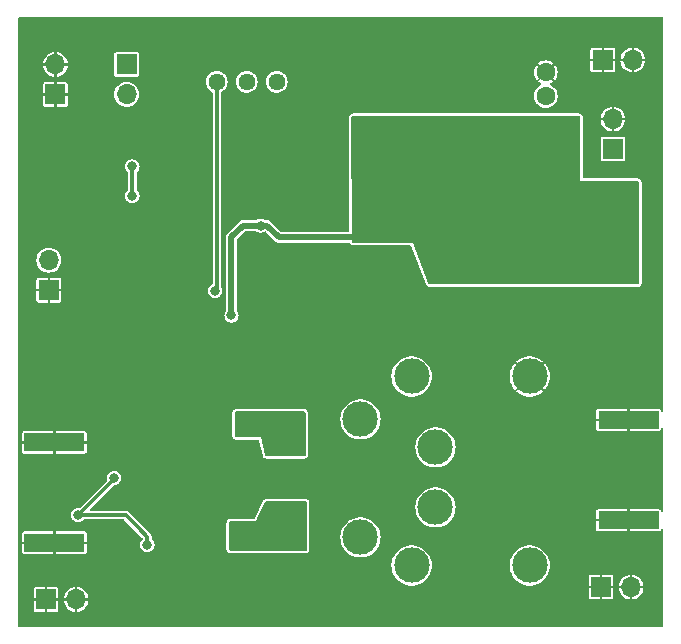
<source format=gbl>
G04 #@! TF.GenerationSoftware,KiCad,Pcbnew,7.0.10*
G04 #@! TF.CreationDate,2024-04-22T16:42:47-07:00*
G04 #@! TF.ProjectId,powerAmp,706f7765-7241-46d7-902e-6b696361645f,rev?*
G04 #@! TF.SameCoordinates,Original*
G04 #@! TF.FileFunction,Copper,L2,Bot*
G04 #@! TF.FilePolarity,Positive*
%FSLAX46Y46*%
G04 Gerber Fmt 4.6, Leading zero omitted, Abs format (unit mm)*
G04 Created by KiCad (PCBNEW 7.0.10) date 2024-04-22 16:42:47*
%MOMM*%
%LPD*%
G01*
G04 APERTURE LIST*
G04 #@! TA.AperFunction,ComponentPad*
%ADD10C,3.000000*%
G04 #@! TD*
G04 #@! TA.AperFunction,ComponentPad*
%ADD11R,1.700000X1.700000*%
G04 #@! TD*
G04 #@! TA.AperFunction,ComponentPad*
%ADD12O,1.700000X1.700000*%
G04 #@! TD*
G04 #@! TA.AperFunction,ComponentPad*
%ADD13C,1.600000*%
G04 #@! TD*
G04 #@! TA.AperFunction,SMDPad,CuDef*
%ADD14R,5.080000X1.500000*%
G04 #@! TD*
G04 #@! TA.AperFunction,ComponentPad*
%ADD15C,1.440000*%
G04 #@! TD*
G04 #@! TA.AperFunction,ViaPad*
%ADD16C,0.800000*%
G04 #@! TD*
G04 #@! TA.AperFunction,Conductor*
%ADD17C,0.304800*%
G04 #@! TD*
G04 #@! TA.AperFunction,Conductor*
%ADD18C,0.500000*%
G04 #@! TD*
G04 APERTURE END LIST*
D10*
X100750000Y-120060000D03*
X94400000Y-117680000D03*
X94400000Y-127680000D03*
X100750000Y-125140000D03*
D11*
X68565000Y-90180000D03*
D12*
X68565000Y-87640000D03*
D11*
X114770000Y-131885000D03*
D12*
X117310000Y-131885000D03*
D13*
X110085000Y-90305000D03*
X110085000Y-88305000D03*
D11*
X67780000Y-132925000D03*
D12*
X70320000Y-132925000D03*
D11*
X68009600Y-106750400D03*
D12*
X68009600Y-104210400D03*
D11*
X115775000Y-94800000D03*
D12*
X115775000Y-92260000D03*
D14*
X117092500Y-117730000D03*
X117092500Y-126230000D03*
D11*
X114920000Y-87255000D03*
D12*
X117460000Y-87255000D03*
D14*
X68480000Y-128130000D03*
X68480000Y-119630000D03*
D11*
X74605000Y-87635000D03*
D12*
X74605000Y-90175000D03*
D10*
X98730000Y-130055000D03*
X98730000Y-114055000D03*
X108730000Y-130055000D03*
X108730000Y-114055000D03*
D15*
X87315000Y-89115000D03*
X84775000Y-89115000D03*
X82235000Y-89115000D03*
D16*
X78395000Y-121255000D03*
X78415000Y-126945000D03*
X76355000Y-128295000D03*
X75995000Y-110605000D03*
X80775000Y-113115000D03*
X99055000Y-101315000D03*
X96198909Y-101315000D03*
X98015000Y-99895000D03*
X95158909Y-99895000D03*
X114325000Y-105415000D03*
X117031691Y-105419107D03*
X111468909Y-105415000D03*
X108741691Y-105389107D03*
X114325000Y-103855000D03*
X117031691Y-103859107D03*
X111468909Y-103855000D03*
X108741691Y-103829107D03*
X114385000Y-101935000D03*
X117091691Y-101939107D03*
X111528909Y-101935000D03*
X108801691Y-101909107D03*
X114418309Y-99970893D03*
X117125000Y-99975000D03*
X111562218Y-99970893D03*
X108835000Y-99945000D03*
X108825000Y-98095000D03*
X100758309Y-98160893D03*
X103465000Y-98165000D03*
X106125000Y-98115000D03*
X97902218Y-98160893D03*
X95175000Y-98135000D03*
X111465000Y-98115000D03*
X108795000Y-96605000D03*
X100728309Y-96670893D03*
X103435000Y-96675000D03*
X106095000Y-96625000D03*
X97872218Y-96670893D03*
X95145000Y-96645000D03*
X111435000Y-96625000D03*
X108795000Y-94725000D03*
X100728309Y-94790893D03*
X103435000Y-94795000D03*
X106095000Y-94745000D03*
X97872218Y-94790893D03*
X95145000Y-94765000D03*
X111435000Y-94745000D03*
X111455000Y-92955000D03*
X108815000Y-92935000D03*
X106115000Y-92955000D03*
X103455000Y-93005000D03*
X100748309Y-93000893D03*
X97892218Y-93000893D03*
X95165000Y-92975000D03*
X94915000Y-102265000D03*
X82095000Y-106805000D03*
X83475000Y-108885000D03*
X85935000Y-101275000D03*
X90525000Y-100795000D03*
X92935533Y-110569637D03*
X92963811Y-109438512D03*
X92963811Y-108279108D03*
X92992089Y-107176261D03*
X83045000Y-120655000D03*
X83425000Y-123885000D03*
X73545000Y-122635000D03*
X70515000Y-125785000D03*
X78405000Y-115355000D03*
X78505000Y-129205000D03*
X76334600Y-102525400D03*
X73184600Y-96625400D03*
X92605000Y-87355000D03*
X73625000Y-126930000D03*
X78380000Y-114180000D03*
X72195000Y-93535000D03*
X78505000Y-132255000D03*
X78505000Y-131255000D03*
X78355000Y-123455000D03*
X73600000Y-121230000D03*
X83575000Y-119755000D03*
X78405000Y-118705000D03*
X73834600Y-106525400D03*
X78405000Y-117530000D03*
X78405000Y-116455000D03*
X78405000Y-124630000D03*
X90930000Y-91255000D03*
X83445000Y-122885000D03*
X76334600Y-100525400D03*
X74834600Y-109025400D03*
X90430000Y-95505000D03*
X78505000Y-130255000D03*
X75084600Y-96275400D03*
X75084600Y-98775400D03*
X85355000Y-117605000D03*
X86155000Y-118605000D03*
X89155000Y-118405000D03*
X88255000Y-119005000D03*
X86555000Y-117605000D03*
X89255000Y-119505000D03*
X84555000Y-118305000D03*
X88555000Y-117605000D03*
X87555000Y-117905000D03*
X87055000Y-119005000D03*
X87955000Y-127905000D03*
X87955000Y-126605000D03*
X89255000Y-127905000D03*
X89255000Y-126705000D03*
X86755000Y-127905000D03*
X86755000Y-126605000D03*
X85455000Y-126905000D03*
X84055000Y-127905000D03*
X85455000Y-127905000D03*
X84055000Y-126805000D03*
D17*
X76355000Y-127625000D02*
X76355000Y-128295000D01*
X75625000Y-126895000D02*
X76355000Y-127625000D01*
D18*
X87505000Y-102265000D02*
X94915000Y-102265000D01*
X86515000Y-101275000D02*
X87505000Y-102265000D01*
X85935000Y-101275000D02*
X86515000Y-101275000D01*
D17*
X82095000Y-106805000D02*
X82235000Y-106665000D01*
X82235000Y-106665000D02*
X82235000Y-89115000D01*
D18*
X83475000Y-102255000D02*
X83475000Y-108885000D01*
X85935000Y-101275000D02*
X84455000Y-101275000D01*
X84455000Y-101275000D02*
X83475000Y-102255000D01*
D17*
X73545000Y-122635000D02*
X73545000Y-122755000D01*
X73545000Y-122755000D02*
X70515000Y-125785000D01*
X70515000Y-125785000D02*
X74515000Y-125785000D01*
X74515000Y-125785000D02*
X75625000Y-126895000D01*
X75084600Y-98775400D02*
X75084600Y-96275400D01*
G04 #@! TA.AperFunction,Conductor*
G36*
X119984201Y-83654407D02*
G01*
X120020165Y-83703907D01*
X120025009Y-83734487D01*
X120025816Y-92061998D01*
X120028225Y-116939106D01*
X120009323Y-116997299D01*
X119959827Y-117033268D01*
X119898641Y-117033274D01*
X119849138Y-116997314D01*
X119832127Y-116958429D01*
X119820896Y-116901963D01*
X119776693Y-116835810D01*
X119776689Y-116835806D01*
X119710536Y-116791603D01*
X119652200Y-116780000D01*
X117192501Y-116780000D01*
X117192500Y-116780001D01*
X117192500Y-118679999D01*
X117192501Y-118680000D01*
X119652197Y-118680000D01*
X119652200Y-118679999D01*
X119710536Y-118668396D01*
X119776689Y-118624193D01*
X119776693Y-118624189D01*
X119820896Y-118558036D01*
X119820896Y-118558035D01*
X119832281Y-118500800D01*
X119862177Y-118447415D01*
X119917742Y-118421799D01*
X119977752Y-118433736D01*
X120019285Y-118478665D01*
X120028379Y-118520103D01*
X120029049Y-125443247D01*
X120010147Y-125501440D01*
X119960651Y-125537409D01*
X119899465Y-125537415D01*
X119849962Y-125501455D01*
X119832951Y-125462570D01*
X119820896Y-125401964D01*
X119820896Y-125401963D01*
X119776693Y-125335810D01*
X119776689Y-125335806D01*
X119710536Y-125291603D01*
X119652200Y-125280000D01*
X117192501Y-125280000D01*
X117192500Y-125280001D01*
X117192500Y-127179999D01*
X117192501Y-127180000D01*
X119652197Y-127180000D01*
X119652200Y-127179999D01*
X119710536Y-127168396D01*
X119776689Y-127124193D01*
X119776693Y-127124189D01*
X119820896Y-127058036D01*
X119820896Y-127058035D01*
X119833103Y-126996664D01*
X119862998Y-126943279D01*
X119918563Y-126917662D01*
X119978573Y-126929598D01*
X120020106Y-126974527D01*
X120029201Y-127015966D01*
X120029500Y-130093000D01*
X120029500Y-135155500D01*
X120010593Y-135213691D01*
X119961093Y-135249655D01*
X119930500Y-135254500D01*
X65504500Y-135254500D01*
X65446309Y-135235593D01*
X65410345Y-135186093D01*
X65405500Y-135155500D01*
X65405500Y-133794700D01*
X66730000Y-133794700D01*
X66741603Y-133853036D01*
X66785806Y-133919189D01*
X66785810Y-133919193D01*
X66851963Y-133963396D01*
X66910299Y-133974999D01*
X66910303Y-133975000D01*
X67679999Y-133975000D01*
X67680000Y-133974999D01*
X67680000Y-133415764D01*
X67744237Y-133425000D01*
X67815763Y-133425000D01*
X67880000Y-133415764D01*
X67880000Y-133974999D01*
X67880001Y-133975000D01*
X68649697Y-133975000D01*
X68649700Y-133974999D01*
X68708036Y-133963396D01*
X68774189Y-133919193D01*
X68774193Y-133919189D01*
X68818396Y-133853036D01*
X68829999Y-133794700D01*
X68830000Y-133794697D01*
X68830000Y-133025001D01*
X68829999Y-133025000D01*
X69274767Y-133025000D01*
X69285190Y-133130831D01*
X69285191Y-133130836D01*
X69345232Y-133328762D01*
X69345234Y-133328767D01*
X69442724Y-133511160D01*
X69442731Y-133511170D01*
X69573940Y-133671050D01*
X69573949Y-133671059D01*
X69733829Y-133802268D01*
X69733839Y-133802275D01*
X69916232Y-133899765D01*
X69916237Y-133899767D01*
X70114166Y-133959808D01*
X70219998Y-133970231D01*
X70220000Y-133970230D01*
X70220000Y-133415764D01*
X70284237Y-133425000D01*
X70355763Y-133425000D01*
X70420000Y-133415764D01*
X70420000Y-133970230D01*
X70420001Y-133970231D01*
X70525833Y-133959808D01*
X70723762Y-133899767D01*
X70723767Y-133899765D01*
X70906160Y-133802275D01*
X70906170Y-133802268D01*
X71066050Y-133671059D01*
X71066059Y-133671050D01*
X71197268Y-133511170D01*
X71197275Y-133511160D01*
X71294765Y-133328767D01*
X71294767Y-133328762D01*
X71354808Y-133130836D01*
X71354809Y-133130831D01*
X71365232Y-133025000D01*
X70811746Y-133025000D01*
X70820000Y-132996889D01*
X70820000Y-132853111D01*
X70811746Y-132825000D01*
X71365232Y-132825000D01*
X71365232Y-132824999D01*
X71358308Y-132754700D01*
X113720000Y-132754700D01*
X113731603Y-132813036D01*
X113775806Y-132879189D01*
X113775810Y-132879193D01*
X113841963Y-132923396D01*
X113900299Y-132934999D01*
X113900303Y-132935000D01*
X114669999Y-132935000D01*
X114670000Y-132934999D01*
X114670000Y-132375764D01*
X114734237Y-132385000D01*
X114805763Y-132385000D01*
X114870000Y-132375764D01*
X114870000Y-132934999D01*
X114870001Y-132935000D01*
X115639697Y-132935000D01*
X115639700Y-132934999D01*
X115698036Y-132923396D01*
X115764189Y-132879193D01*
X115764193Y-132879189D01*
X115808396Y-132813036D01*
X115819999Y-132754700D01*
X115820000Y-132754697D01*
X115820000Y-131985001D01*
X115819999Y-131985000D01*
X116264767Y-131985000D01*
X116275190Y-132090831D01*
X116275191Y-132090836D01*
X116335232Y-132288762D01*
X116335234Y-132288767D01*
X116432724Y-132471160D01*
X116432731Y-132471170D01*
X116563940Y-132631050D01*
X116563949Y-132631059D01*
X116723829Y-132762268D01*
X116723839Y-132762275D01*
X116906232Y-132859765D01*
X116906237Y-132859767D01*
X117104166Y-132919808D01*
X117209998Y-132930231D01*
X117210000Y-132930230D01*
X117210000Y-132375764D01*
X117274237Y-132385000D01*
X117345763Y-132385000D01*
X117410000Y-132375764D01*
X117410000Y-132930230D01*
X117410001Y-132930231D01*
X117515833Y-132919808D01*
X117713762Y-132859767D01*
X117713767Y-132859765D01*
X117896160Y-132762275D01*
X117896170Y-132762268D01*
X118056050Y-132631059D01*
X118056059Y-132631050D01*
X118187268Y-132471170D01*
X118187275Y-132471160D01*
X118284765Y-132288767D01*
X118284767Y-132288762D01*
X118344808Y-132090836D01*
X118344809Y-132090831D01*
X118355232Y-131985000D01*
X117801746Y-131985000D01*
X117810000Y-131956889D01*
X117810000Y-131813111D01*
X117801746Y-131785000D01*
X118355232Y-131785000D01*
X118355232Y-131784999D01*
X118344809Y-131679168D01*
X118344808Y-131679163D01*
X118284767Y-131481237D01*
X118284765Y-131481232D01*
X118187275Y-131298839D01*
X118187268Y-131298829D01*
X118056059Y-131138949D01*
X118056050Y-131138940D01*
X117896170Y-131007731D01*
X117896160Y-131007724D01*
X117713767Y-130910234D01*
X117713762Y-130910232D01*
X117515836Y-130850191D01*
X117515831Y-130850190D01*
X117410000Y-130839767D01*
X117410000Y-131394235D01*
X117345763Y-131385000D01*
X117274237Y-131385000D01*
X117210000Y-131394235D01*
X117210000Y-130839767D01*
X117209999Y-130839767D01*
X117104168Y-130850190D01*
X117104163Y-130850191D01*
X116906237Y-130910232D01*
X116906232Y-130910234D01*
X116723839Y-131007724D01*
X116723829Y-131007731D01*
X116563949Y-131138940D01*
X116563940Y-131138949D01*
X116432731Y-131298829D01*
X116432724Y-131298839D01*
X116335234Y-131481232D01*
X116335232Y-131481237D01*
X116275191Y-131679163D01*
X116275190Y-131679168D01*
X116264767Y-131784999D01*
X116264768Y-131785000D01*
X116818254Y-131785000D01*
X116810000Y-131813111D01*
X116810000Y-131956889D01*
X116818254Y-131985000D01*
X116264767Y-131985000D01*
X115819999Y-131985000D01*
X115261746Y-131985000D01*
X115270000Y-131956889D01*
X115270000Y-131813111D01*
X115261746Y-131785000D01*
X115819999Y-131785000D01*
X115820000Y-131784999D01*
X115820000Y-131015302D01*
X115819999Y-131015299D01*
X115808396Y-130956963D01*
X115764193Y-130890810D01*
X115764189Y-130890806D01*
X115698036Y-130846603D01*
X115639700Y-130835000D01*
X114870001Y-130835000D01*
X114870000Y-130835001D01*
X114870000Y-131394235D01*
X114805763Y-131385000D01*
X114734237Y-131385000D01*
X114670000Y-131394235D01*
X114670000Y-130835001D01*
X114669999Y-130835000D01*
X113900299Y-130835000D01*
X113841963Y-130846603D01*
X113775810Y-130890806D01*
X113775806Y-130890810D01*
X113731603Y-130956963D01*
X113720000Y-131015299D01*
X113720000Y-131784999D01*
X113720001Y-131785000D01*
X114278254Y-131785000D01*
X114270000Y-131813111D01*
X114270000Y-131956889D01*
X114278254Y-131985000D01*
X113720001Y-131985000D01*
X113720000Y-131985001D01*
X113720000Y-132754700D01*
X71358308Y-132754700D01*
X71354809Y-132719168D01*
X71354808Y-132719163D01*
X71294767Y-132521237D01*
X71294765Y-132521232D01*
X71197275Y-132338839D01*
X71197268Y-132338829D01*
X71066059Y-132178949D01*
X71066050Y-132178940D01*
X70906170Y-132047731D01*
X70906160Y-132047724D01*
X70723767Y-131950234D01*
X70723762Y-131950232D01*
X70525836Y-131890191D01*
X70525831Y-131890190D01*
X70420000Y-131879767D01*
X70420000Y-132434235D01*
X70355763Y-132425000D01*
X70284237Y-132425000D01*
X70220000Y-132434235D01*
X70220000Y-131879767D01*
X70219999Y-131879767D01*
X70114168Y-131890190D01*
X70114163Y-131890191D01*
X69916237Y-131950232D01*
X69916232Y-131950234D01*
X69733839Y-132047724D01*
X69733829Y-132047731D01*
X69573949Y-132178940D01*
X69573940Y-132178949D01*
X69442731Y-132338829D01*
X69442724Y-132338839D01*
X69345234Y-132521232D01*
X69345232Y-132521237D01*
X69285191Y-132719163D01*
X69285190Y-132719168D01*
X69274767Y-132824999D01*
X69274768Y-132825000D01*
X69828254Y-132825000D01*
X69820000Y-132853111D01*
X69820000Y-132996889D01*
X69828254Y-133025000D01*
X69274767Y-133025000D01*
X68829999Y-133025000D01*
X68271746Y-133025000D01*
X68280000Y-132996889D01*
X68280000Y-132853111D01*
X68271746Y-132825000D01*
X68829999Y-132825000D01*
X68830000Y-132824999D01*
X68830000Y-132055302D01*
X68829999Y-132055299D01*
X68818396Y-131996963D01*
X68774193Y-131930810D01*
X68774189Y-131930806D01*
X68708036Y-131886603D01*
X68649700Y-131875000D01*
X67880001Y-131875000D01*
X67880000Y-131875001D01*
X67880000Y-132434235D01*
X67815763Y-132425000D01*
X67744237Y-132425000D01*
X67680000Y-132434235D01*
X67680000Y-131875001D01*
X67679999Y-131875000D01*
X66910299Y-131875000D01*
X66851963Y-131886603D01*
X66785810Y-131930806D01*
X66785806Y-131930810D01*
X66741603Y-131996963D01*
X66730000Y-132055299D01*
X66730000Y-132824999D01*
X66730001Y-132825000D01*
X67288254Y-132825000D01*
X67280000Y-132853111D01*
X67280000Y-132996889D01*
X67288254Y-133025000D01*
X66730001Y-133025000D01*
X66730000Y-133025001D01*
X66730000Y-133794700D01*
X65405500Y-133794700D01*
X65405500Y-130055002D01*
X97024732Y-130055002D01*
X97043777Y-130309152D01*
X97043779Y-130309161D01*
X97100492Y-130557639D01*
X97193604Y-130794881D01*
X97193607Y-130794888D01*
X97321041Y-131015612D01*
X97321045Y-131015618D01*
X97321047Y-131015620D01*
X97479940Y-131214866D01*
X97479951Y-131214878D01*
X97666776Y-131388226D01*
X97666778Y-131388227D01*
X97666783Y-131388232D01*
X97877366Y-131531805D01*
X98106996Y-131642389D01*
X98350542Y-131717513D01*
X98602565Y-131755500D01*
X98602570Y-131755500D01*
X98857430Y-131755500D01*
X98857435Y-131755500D01*
X99109458Y-131717513D01*
X99353004Y-131642389D01*
X99582634Y-131531805D01*
X99793217Y-131388232D01*
X99980050Y-131214877D01*
X100138959Y-131015612D01*
X100266393Y-130794888D01*
X100359508Y-130557637D01*
X100416222Y-130309157D01*
X100435268Y-130055002D01*
X107024732Y-130055002D01*
X107043777Y-130309152D01*
X107043779Y-130309161D01*
X107100492Y-130557639D01*
X107193604Y-130794881D01*
X107193607Y-130794888D01*
X107321041Y-131015612D01*
X107321045Y-131015618D01*
X107321047Y-131015620D01*
X107479940Y-131214866D01*
X107479951Y-131214878D01*
X107666776Y-131388226D01*
X107666778Y-131388227D01*
X107666783Y-131388232D01*
X107877366Y-131531805D01*
X108106996Y-131642389D01*
X108350542Y-131717513D01*
X108602565Y-131755500D01*
X108602570Y-131755500D01*
X108857430Y-131755500D01*
X108857435Y-131755500D01*
X109109458Y-131717513D01*
X109353004Y-131642389D01*
X109582634Y-131531805D01*
X109793217Y-131388232D01*
X109980050Y-131214877D01*
X110138959Y-131015612D01*
X110266393Y-130794888D01*
X110359508Y-130557637D01*
X110416222Y-130309157D01*
X110435268Y-130055000D01*
X110416222Y-129800843D01*
X110359508Y-129552363D01*
X110266393Y-129315112D01*
X110138959Y-129094388D01*
X110118231Y-129068396D01*
X109980059Y-128895133D01*
X109980048Y-128895121D01*
X109793223Y-128721773D01*
X109793220Y-128721771D01*
X109793217Y-128721768D01*
X109582634Y-128578195D01*
X109353004Y-128467611D01*
X109301610Y-128451758D01*
X109109462Y-128392488D01*
X109109459Y-128392487D01*
X109109458Y-128392487D01*
X109109453Y-128392486D01*
X109109452Y-128392486D01*
X108857438Y-128354500D01*
X108857435Y-128354500D01*
X108602565Y-128354500D01*
X108602561Y-128354500D01*
X108350547Y-128392486D01*
X108350537Y-128392488D01*
X108106995Y-128467611D01*
X107877373Y-128578191D01*
X107877369Y-128578193D01*
X107877366Y-128578195D01*
X107726579Y-128681000D01*
X107666776Y-128721773D01*
X107479951Y-128895121D01*
X107479940Y-128895133D01*
X107321047Y-129094379D01*
X107321043Y-129094384D01*
X107321041Y-129094388D01*
X107285005Y-129156805D01*
X107193608Y-129315109D01*
X107193604Y-129315118D01*
X107100492Y-129552360D01*
X107043779Y-129800838D01*
X107043777Y-129800847D01*
X107024732Y-130054997D01*
X107024732Y-130055002D01*
X100435268Y-130055002D01*
X100435268Y-130055000D01*
X100416222Y-129800843D01*
X100359508Y-129552363D01*
X100266393Y-129315112D01*
X100138959Y-129094388D01*
X100118231Y-129068396D01*
X99980059Y-128895133D01*
X99980048Y-128895121D01*
X99793223Y-128721773D01*
X99793220Y-128721771D01*
X99793217Y-128721768D01*
X99582634Y-128578195D01*
X99353004Y-128467611D01*
X99301610Y-128451758D01*
X99109462Y-128392488D01*
X99109459Y-128392487D01*
X99109458Y-128392487D01*
X99109453Y-128392486D01*
X99109452Y-128392486D01*
X98857438Y-128354500D01*
X98857435Y-128354500D01*
X98602565Y-128354500D01*
X98602561Y-128354500D01*
X98350547Y-128392486D01*
X98350537Y-128392488D01*
X98106995Y-128467611D01*
X97877373Y-128578191D01*
X97877369Y-128578193D01*
X97877366Y-128578195D01*
X97726579Y-128681000D01*
X97666776Y-128721773D01*
X97479951Y-128895121D01*
X97479940Y-128895133D01*
X97321047Y-129094379D01*
X97321043Y-129094384D01*
X97321041Y-129094388D01*
X97285005Y-129156805D01*
X97193608Y-129315109D01*
X97193604Y-129315118D01*
X97100492Y-129552360D01*
X97043779Y-129800838D01*
X97043777Y-129800847D01*
X97024732Y-130054997D01*
X97024732Y-130055002D01*
X65405500Y-130055002D01*
X65405500Y-128899700D01*
X65740000Y-128899700D01*
X65751603Y-128958036D01*
X65795806Y-129024189D01*
X65795810Y-129024193D01*
X65861963Y-129068396D01*
X65920299Y-129079999D01*
X65920303Y-129080000D01*
X68379999Y-129080000D01*
X68380000Y-129079999D01*
X68580000Y-129079999D01*
X68580001Y-129080000D01*
X71039697Y-129080000D01*
X71039700Y-129079999D01*
X71098036Y-129068396D01*
X71164189Y-129024193D01*
X71164193Y-129024189D01*
X71208396Y-128958036D01*
X71219999Y-128899700D01*
X71220000Y-128899697D01*
X71220000Y-128230001D01*
X71219999Y-128230000D01*
X68580001Y-128230000D01*
X68580000Y-128230001D01*
X68580000Y-129079999D01*
X68380000Y-129079999D01*
X68380000Y-128230001D01*
X68379999Y-128230000D01*
X65740001Y-128230000D01*
X65740000Y-128230001D01*
X65740000Y-128899700D01*
X65405500Y-128899700D01*
X65405500Y-128029999D01*
X65740000Y-128029999D01*
X65740001Y-128030000D01*
X68379999Y-128030000D01*
X68380000Y-128029999D01*
X68580000Y-128029999D01*
X68580001Y-128030000D01*
X71219999Y-128030000D01*
X71220000Y-128029999D01*
X71220000Y-127360302D01*
X71219999Y-127360299D01*
X71208396Y-127301963D01*
X71164193Y-127235810D01*
X71164189Y-127235806D01*
X71098036Y-127191603D01*
X71039700Y-127180000D01*
X68580001Y-127180000D01*
X68580000Y-127180001D01*
X68580000Y-128029999D01*
X68380000Y-128029999D01*
X68380000Y-127180001D01*
X68379999Y-127180000D01*
X65920299Y-127180000D01*
X65861963Y-127191603D01*
X65795810Y-127235806D01*
X65795806Y-127235810D01*
X65751603Y-127301963D01*
X65740000Y-127360299D01*
X65740000Y-128029999D01*
X65405500Y-128029999D01*
X65405500Y-125785000D01*
X69909318Y-125785000D01*
X69929955Y-125941758D01*
X69929957Y-125941766D01*
X69990462Y-126087838D01*
X69990462Y-126087839D01*
X70058596Y-126176633D01*
X70086718Y-126213282D01*
X70086722Y-126213285D01*
X70086723Y-126213286D01*
X70116082Y-126235813D01*
X70212159Y-126309536D01*
X70212160Y-126309536D01*
X70212161Y-126309537D01*
X70302045Y-126346768D01*
X70358238Y-126370044D01*
X70475809Y-126385522D01*
X70514999Y-126390682D01*
X70515000Y-126390682D01*
X70515001Y-126390682D01*
X70546352Y-126386554D01*
X70671762Y-126370044D01*
X70817841Y-126309536D01*
X70943282Y-126213282D01*
X70958055Y-126194029D01*
X70971404Y-126176633D01*
X71021829Y-126141977D01*
X71049946Y-126137900D01*
X74327816Y-126137900D01*
X74386007Y-126156807D01*
X74397820Y-126166896D01*
X75943607Y-127712683D01*
X75971384Y-127767200D01*
X75961813Y-127827632D01*
X75933874Y-127861226D01*
X75926724Y-127866712D01*
X75926713Y-127866723D01*
X75830462Y-127992160D01*
X75830462Y-127992161D01*
X75769957Y-128138233D01*
X75769955Y-128138241D01*
X75749318Y-128294999D01*
X75749318Y-128295000D01*
X75769955Y-128451758D01*
X75769957Y-128451766D01*
X75830462Y-128597838D01*
X75830462Y-128597839D01*
X75863289Y-128640620D01*
X75926718Y-128723282D01*
X76052159Y-128819536D01*
X76198238Y-128880044D01*
X76312760Y-128895121D01*
X76354999Y-128900682D01*
X76355000Y-128900682D01*
X76355001Y-128900682D01*
X76397240Y-128895121D01*
X76511762Y-128880044D01*
X76657841Y-128819536D01*
X76783282Y-128723282D01*
X76815726Y-128681000D01*
X83049500Y-128681000D01*
X83053526Y-128718443D01*
X83054197Y-128724685D01*
X83065404Y-128776199D01*
X83067889Y-128786371D01*
X83067889Y-128786372D01*
X83067890Y-128786373D01*
X83110900Y-128867085D01*
X83156655Y-128919889D01*
X83156667Y-128919901D01*
X83174247Y-128937844D01*
X83174249Y-128937846D01*
X83254058Y-128982488D01*
X83254062Y-128982490D01*
X83295294Y-128994597D01*
X83321102Y-129002175D01*
X83379000Y-129010500D01*
X83379001Y-129010500D01*
X89730995Y-129010500D01*
X89731000Y-129010500D01*
X89774684Y-129005803D01*
X89826195Y-128994597D01*
X89836373Y-128992110D01*
X89917085Y-128949100D01*
X89969889Y-128903345D01*
X89987843Y-128885754D01*
X89987844Y-128885751D01*
X89987846Y-128885750D01*
X90032488Y-128805941D01*
X90032490Y-128805937D01*
X90052173Y-128738904D01*
X90052175Y-128738898D01*
X90060500Y-128681000D01*
X90060500Y-127680002D01*
X92694732Y-127680002D01*
X92713777Y-127934152D01*
X92713779Y-127934161D01*
X92770492Y-128182639D01*
X92852853Y-128392488D01*
X92863607Y-128419888D01*
X92991041Y-128640612D01*
X92991045Y-128640618D01*
X92991047Y-128640620D01*
X93149940Y-128839866D01*
X93149951Y-128839878D01*
X93336776Y-129013226D01*
X93336778Y-129013227D01*
X93336783Y-129013232D01*
X93547366Y-129156805D01*
X93776996Y-129267389D01*
X94020542Y-129342513D01*
X94272565Y-129380500D01*
X94272570Y-129380500D01*
X94527430Y-129380500D01*
X94527435Y-129380500D01*
X94779458Y-129342513D01*
X95023004Y-129267389D01*
X95252634Y-129156805D01*
X95463217Y-129013232D01*
X95650050Y-128839877D01*
X95666272Y-128819536D01*
X95700835Y-128776195D01*
X95808959Y-128640612D01*
X95936393Y-128419888D01*
X96029508Y-128182637D01*
X96086222Y-127934157D01*
X96105268Y-127680000D01*
X96104658Y-127671866D01*
X96089175Y-127465251D01*
X96086222Y-127425843D01*
X96029508Y-127177363D01*
X95959780Y-126999700D01*
X114352500Y-126999700D01*
X114364103Y-127058036D01*
X114408306Y-127124189D01*
X114408310Y-127124193D01*
X114474463Y-127168396D01*
X114532799Y-127179999D01*
X114532803Y-127180000D01*
X116992499Y-127180000D01*
X116992500Y-127179999D01*
X116992500Y-126330001D01*
X116992499Y-126330000D01*
X114352501Y-126330000D01*
X114352500Y-126330001D01*
X114352500Y-126999700D01*
X95959780Y-126999700D01*
X95936393Y-126940112D01*
X95808959Y-126719388D01*
X95733515Y-126624784D01*
X95650059Y-126520133D01*
X95650048Y-126520121D01*
X95463223Y-126346773D01*
X95463220Y-126346771D01*
X95463217Y-126346768D01*
X95252634Y-126203195D01*
X95197477Y-126176633D01*
X95023004Y-126092611D01*
X94779462Y-126017488D01*
X94779459Y-126017487D01*
X94779458Y-126017487D01*
X94779453Y-126017486D01*
X94779452Y-126017486D01*
X94527438Y-125979500D01*
X94527435Y-125979500D01*
X94272565Y-125979500D01*
X94272561Y-125979500D01*
X94020547Y-126017486D01*
X94020537Y-126017488D01*
X93776995Y-126092611D01*
X93547373Y-126203191D01*
X93547369Y-126203193D01*
X93547366Y-126203195D01*
X93361376Y-126330001D01*
X93336776Y-126346773D01*
X93149951Y-126520121D01*
X93149940Y-126520133D01*
X92991047Y-126719379D01*
X92991043Y-126719384D01*
X92991041Y-126719388D01*
X92986422Y-126727389D01*
X92863608Y-126940109D01*
X92863604Y-126940118D01*
X92770492Y-127177360D01*
X92713779Y-127425838D01*
X92713777Y-127425847D01*
X92694732Y-127679997D01*
X92694732Y-127680002D01*
X90060500Y-127680002D01*
X90060500Y-125140002D01*
X99044732Y-125140002D01*
X99063777Y-125394152D01*
X99063779Y-125394161D01*
X99120492Y-125642639D01*
X99213604Y-125879881D01*
X99213607Y-125879888D01*
X99341041Y-126100612D01*
X99341045Y-126100618D01*
X99341047Y-126100620D01*
X99499940Y-126299866D01*
X99499951Y-126299878D01*
X99686776Y-126473226D01*
X99686778Y-126473227D01*
X99686783Y-126473232D01*
X99897366Y-126616805D01*
X100126996Y-126727389D01*
X100370542Y-126802513D01*
X100622565Y-126840500D01*
X100622570Y-126840500D01*
X100877430Y-126840500D01*
X100877435Y-126840500D01*
X101129458Y-126802513D01*
X101373004Y-126727389D01*
X101602634Y-126616805D01*
X101813217Y-126473232D01*
X102000050Y-126299877D01*
X102135524Y-126129999D01*
X114352500Y-126129999D01*
X114352501Y-126130000D01*
X116992499Y-126130000D01*
X116992500Y-126129999D01*
X116992500Y-125280001D01*
X116992499Y-125280000D01*
X114532799Y-125280000D01*
X114474463Y-125291603D01*
X114408310Y-125335806D01*
X114408306Y-125335810D01*
X114364103Y-125401963D01*
X114352500Y-125460299D01*
X114352500Y-126129999D01*
X102135524Y-126129999D01*
X102158959Y-126100612D01*
X102286393Y-125879888D01*
X102379508Y-125642637D01*
X102436222Y-125394157D01*
X102455268Y-125140000D01*
X102436222Y-124885843D01*
X102379508Y-124637363D01*
X102374117Y-124623628D01*
X102314667Y-124472153D01*
X102286393Y-124400112D01*
X102158959Y-124179388D01*
X102158952Y-124179379D01*
X102000059Y-123980133D01*
X102000048Y-123980121D01*
X101813223Y-123806773D01*
X101813220Y-123806771D01*
X101813217Y-123806768D01*
X101602634Y-123663195D01*
X101373004Y-123552611D01*
X101129462Y-123477488D01*
X101129459Y-123477487D01*
X101129458Y-123477487D01*
X101129453Y-123477486D01*
X101129452Y-123477486D01*
X100877438Y-123439500D01*
X100877435Y-123439500D01*
X100622565Y-123439500D01*
X100622561Y-123439500D01*
X100370547Y-123477486D01*
X100370537Y-123477488D01*
X100126995Y-123552611D01*
X99897373Y-123663191D01*
X99897369Y-123663193D01*
X99897366Y-123663195D01*
X99686783Y-123806768D01*
X99686776Y-123806773D01*
X99499951Y-123980121D01*
X99499940Y-123980133D01*
X99341047Y-124179379D01*
X99341043Y-124179384D01*
X99341041Y-124179388D01*
X99279181Y-124286533D01*
X99213608Y-124400109D01*
X99213604Y-124400118D01*
X99120492Y-124637360D01*
X99063779Y-124885838D01*
X99063777Y-124885847D01*
X99044732Y-125139997D01*
X99044732Y-125140002D01*
X90060500Y-125140002D01*
X90060500Y-124729000D01*
X90055803Y-124685316D01*
X90044597Y-124633805D01*
X90042110Y-124623627D01*
X89999100Y-124542915D01*
X89953345Y-124490111D01*
X89935754Y-124472157D01*
X89935753Y-124472156D01*
X89935752Y-124472155D01*
X89935750Y-124472153D01*
X89855941Y-124427511D01*
X89855937Y-124427509D01*
X89788904Y-124407826D01*
X89788895Y-124407824D01*
X89742684Y-124401180D01*
X89731000Y-124399500D01*
X86433692Y-124399500D01*
X86433687Y-124399500D01*
X86376927Y-124407495D01*
X86311078Y-124426421D01*
X86288481Y-124434370D01*
X86288475Y-124434373D01*
X86214100Y-124487576D01*
X86214093Y-124487582D01*
X86167737Y-124539859D01*
X86135553Y-124588703D01*
X85451340Y-126042654D01*
X85409455Y-126087255D01*
X85361763Y-126099500D01*
X83379000Y-126099500D01*
X83347797Y-126102855D01*
X83335314Y-126104197D01*
X83283800Y-126115404D01*
X83273628Y-126117889D01*
X83192914Y-126160900D01*
X83140113Y-126206653D01*
X83140098Y-126206667D01*
X83122155Y-126224247D01*
X83122153Y-126224249D01*
X83077511Y-126304058D01*
X83077509Y-126304062D01*
X83057826Y-126371095D01*
X83057824Y-126371104D01*
X83049500Y-126429000D01*
X83049500Y-128681000D01*
X76815726Y-128681000D01*
X76879536Y-128597841D01*
X76940044Y-128451762D01*
X76960682Y-128295000D01*
X76940044Y-128138238D01*
X76879537Y-127992161D01*
X76879537Y-127992160D01*
X76783286Y-127866723D01*
X76783285Y-127866722D01*
X76783282Y-127866718D01*
X76776125Y-127861226D01*
X76746631Y-127838594D01*
X76711976Y-127788169D01*
X76707900Y-127760053D01*
X76707900Y-127671866D01*
X76710007Y-127651550D01*
X76712474Y-127639785D01*
X76708660Y-127609185D01*
X76707900Y-127596941D01*
X76707900Y-127595757D01*
X76704625Y-127576135D01*
X76704034Y-127572081D01*
X76697906Y-127522915D01*
X76697906Y-127522912D01*
X76697903Y-127522907D01*
X76695792Y-127515816D01*
X76693394Y-127508829D01*
X76669811Y-127465251D01*
X76667948Y-127461632D01*
X76646179Y-127417103D01*
X76646176Y-127417100D01*
X76641866Y-127411063D01*
X76637340Y-127405249D01*
X76637339Y-127405247D01*
X76600885Y-127371689D01*
X76597932Y-127368856D01*
X74797676Y-125568600D01*
X74784800Y-125552743D01*
X74778227Y-125542682D01*
X74753895Y-125523744D01*
X74744706Y-125515630D01*
X74743860Y-125514784D01*
X74727645Y-125503206D01*
X74724398Y-125500785D01*
X74685284Y-125470342D01*
X74685281Y-125470341D01*
X74678784Y-125466825D01*
X74672129Y-125463571D01*
X74624630Y-125449429D01*
X74620737Y-125448182D01*
X74573890Y-125432100D01*
X74566565Y-125430877D01*
X74559255Y-125429967D01*
X74509748Y-125432015D01*
X74505656Y-125432100D01*
X71605984Y-125432100D01*
X71547793Y-125413193D01*
X71511829Y-125363693D01*
X71511829Y-125302507D01*
X71535980Y-125263096D01*
X71913238Y-124885838D01*
X73536663Y-123262411D01*
X73591178Y-123234636D01*
X73593709Y-123234268D01*
X73701762Y-123220044D01*
X73847841Y-123159536D01*
X73973282Y-123063282D01*
X74069536Y-122937841D01*
X74130044Y-122791762D01*
X74150682Y-122635000D01*
X74130044Y-122478238D01*
X74069537Y-122332161D01*
X74069537Y-122332160D01*
X73973286Y-122206723D01*
X73973285Y-122206722D01*
X73973282Y-122206718D01*
X73973277Y-122206714D01*
X73973276Y-122206713D01*
X73847838Y-122110462D01*
X73701766Y-122049957D01*
X73701758Y-122049955D01*
X73545001Y-122029318D01*
X73544999Y-122029318D01*
X73388241Y-122049955D01*
X73388233Y-122049957D01*
X73242161Y-122110462D01*
X73242160Y-122110462D01*
X73116723Y-122206713D01*
X73116713Y-122206723D01*
X73020462Y-122332160D01*
X73020462Y-122332161D01*
X72959957Y-122478233D01*
X72959955Y-122478241D01*
X72939318Y-122634999D01*
X72939318Y-122635000D01*
X72959307Y-122786838D01*
X72948157Y-122846999D01*
X72931158Y-122869764D01*
X70643724Y-125157198D01*
X70589207Y-125184975D01*
X70560799Y-125185347D01*
X70515002Y-125179318D01*
X70514999Y-125179318D01*
X70358241Y-125199955D01*
X70358233Y-125199957D01*
X70212161Y-125260462D01*
X70212160Y-125260462D01*
X70086723Y-125356713D01*
X70086713Y-125356723D01*
X69990462Y-125482160D01*
X69990462Y-125482161D01*
X69929957Y-125628233D01*
X69929955Y-125628241D01*
X69909318Y-125784999D01*
X69909318Y-125785000D01*
X65405500Y-125785000D01*
X65405500Y-120399700D01*
X65740000Y-120399700D01*
X65751603Y-120458036D01*
X65795806Y-120524189D01*
X65795810Y-120524193D01*
X65861963Y-120568396D01*
X65920299Y-120579999D01*
X65920303Y-120580000D01*
X68379999Y-120580000D01*
X68380000Y-120579999D01*
X68580000Y-120579999D01*
X68580001Y-120580000D01*
X71039697Y-120580000D01*
X71039700Y-120579999D01*
X71098036Y-120568396D01*
X71164189Y-120524193D01*
X71164193Y-120524189D01*
X71208396Y-120458036D01*
X71219999Y-120399700D01*
X71220000Y-120399697D01*
X71220000Y-119730001D01*
X71219999Y-119730000D01*
X68580001Y-119730000D01*
X68580000Y-119730001D01*
X68580000Y-120579999D01*
X68380000Y-120579999D01*
X68380000Y-119730001D01*
X68379999Y-119730000D01*
X65740001Y-119730000D01*
X65740000Y-119730001D01*
X65740000Y-120399700D01*
X65405500Y-120399700D01*
X65405500Y-119529999D01*
X65740000Y-119529999D01*
X65740001Y-119530000D01*
X68379999Y-119530000D01*
X68380000Y-119529999D01*
X68580000Y-119529999D01*
X68580001Y-119530000D01*
X71219999Y-119530000D01*
X71220000Y-119529999D01*
X71220000Y-119081000D01*
X83549500Y-119081000D01*
X83551476Y-119099379D01*
X83554197Y-119124685D01*
X83565404Y-119176199D01*
X83567889Y-119186371D01*
X83567889Y-119186372D01*
X83567890Y-119186373D01*
X83610900Y-119267085D01*
X83656655Y-119319889D01*
X83674246Y-119337843D01*
X83674247Y-119337844D01*
X83674249Y-119337846D01*
X83754058Y-119382488D01*
X83754062Y-119382490D01*
X83821095Y-119402173D01*
X83821102Y-119402175D01*
X83879000Y-119410500D01*
X85717254Y-119410500D01*
X85775445Y-119429407D01*
X85811409Y-119478907D01*
X85813298Y-119485489D01*
X86132153Y-120760908D01*
X86137555Y-120778959D01*
X86145063Y-120800406D01*
X86183715Y-120867082D01*
X86183719Y-120867088D01*
X86229455Y-120919870D01*
X86229462Y-120919877D01*
X86229472Y-120919889D01*
X86229484Y-120919901D01*
X86247064Y-120937844D01*
X86247066Y-120937846D01*
X86326875Y-120982488D01*
X86326879Y-120982490D01*
X86368111Y-120994597D01*
X86393919Y-121002175D01*
X86451817Y-121010500D01*
X86451818Y-121010500D01*
X89630995Y-121010500D01*
X89631000Y-121010500D01*
X89674684Y-121005803D01*
X89726195Y-120994597D01*
X89736373Y-120992110D01*
X89817085Y-120949100D01*
X89869889Y-120903345D01*
X89887843Y-120885754D01*
X89887844Y-120885751D01*
X89887846Y-120885750D01*
X89932488Y-120805941D01*
X89932490Y-120805937D01*
X89952173Y-120738904D01*
X89952175Y-120738898D01*
X89960500Y-120681000D01*
X89960500Y-120060002D01*
X99044732Y-120060002D01*
X99063777Y-120314152D01*
X99063779Y-120314161D01*
X99120492Y-120562639D01*
X99189670Y-120738898D01*
X99213607Y-120799888D01*
X99341041Y-121020612D01*
X99341045Y-121020618D01*
X99341047Y-121020620D01*
X99499940Y-121219866D01*
X99499951Y-121219878D01*
X99686776Y-121393226D01*
X99686778Y-121393227D01*
X99686783Y-121393232D01*
X99897366Y-121536805D01*
X100126996Y-121647389D01*
X100370542Y-121722513D01*
X100622565Y-121760500D01*
X100622570Y-121760500D01*
X100877430Y-121760500D01*
X100877435Y-121760500D01*
X101129458Y-121722513D01*
X101373004Y-121647389D01*
X101602634Y-121536805D01*
X101813217Y-121393232D01*
X102000050Y-121219877D01*
X102158959Y-121020612D01*
X102286393Y-120799888D01*
X102379508Y-120562637D01*
X102436222Y-120314157D01*
X102455268Y-120060000D01*
X102436222Y-119805843D01*
X102379508Y-119557363D01*
X102286393Y-119320112D01*
X102158959Y-119099388D01*
X102090247Y-119013226D01*
X102000059Y-118900133D01*
X102000048Y-118900121D01*
X101813223Y-118726773D01*
X101813220Y-118726771D01*
X101813217Y-118726768D01*
X101602634Y-118583195D01*
X101429255Y-118499700D01*
X114352500Y-118499700D01*
X114364103Y-118558036D01*
X114408306Y-118624189D01*
X114408310Y-118624193D01*
X114474463Y-118668396D01*
X114532799Y-118679999D01*
X114532803Y-118680000D01*
X116992499Y-118680000D01*
X116992500Y-118679999D01*
X116992500Y-117830001D01*
X116992499Y-117830000D01*
X114352501Y-117830000D01*
X114352500Y-117830001D01*
X114352500Y-118499700D01*
X101429255Y-118499700D01*
X101373004Y-118472611D01*
X101291321Y-118447415D01*
X101129462Y-118397488D01*
X101129459Y-118397487D01*
X101129458Y-118397487D01*
X101129453Y-118397486D01*
X101129452Y-118397486D01*
X100877438Y-118359500D01*
X100877435Y-118359500D01*
X100622565Y-118359500D01*
X100622561Y-118359500D01*
X100370547Y-118397486D01*
X100370537Y-118397488D01*
X100126995Y-118472611D01*
X99897373Y-118583191D01*
X99897369Y-118583193D01*
X99897366Y-118583195D01*
X99755378Y-118680001D01*
X99686776Y-118726773D01*
X99499951Y-118900121D01*
X99499940Y-118900133D01*
X99341047Y-119099379D01*
X99341043Y-119099384D01*
X99341041Y-119099388D01*
X99326436Y-119124685D01*
X99213608Y-119320109D01*
X99213604Y-119320118D01*
X99120492Y-119557360D01*
X99063779Y-119805838D01*
X99063777Y-119805847D01*
X99044732Y-120059997D01*
X99044732Y-120060002D01*
X89960500Y-120060002D01*
X89960500Y-117680002D01*
X92694732Y-117680002D01*
X92713777Y-117934152D01*
X92713779Y-117934161D01*
X92770492Y-118182639D01*
X92863604Y-118419881D01*
X92863607Y-118419888D01*
X92991041Y-118640612D01*
X92991045Y-118640618D01*
X92991047Y-118640620D01*
X93149940Y-118839866D01*
X93149951Y-118839878D01*
X93336776Y-119013226D01*
X93336778Y-119013227D01*
X93336783Y-119013232D01*
X93547366Y-119156805D01*
X93776996Y-119267389D01*
X94020542Y-119342513D01*
X94272565Y-119380500D01*
X94272570Y-119380500D01*
X94527430Y-119380500D01*
X94527435Y-119380500D01*
X94779458Y-119342513D01*
X95023004Y-119267389D01*
X95252634Y-119156805D01*
X95463217Y-119013232D01*
X95650050Y-118839877D01*
X95680286Y-118801963D01*
X95733044Y-118735806D01*
X95808959Y-118640612D01*
X95936393Y-118419888D01*
X96029508Y-118182637D01*
X96086222Y-117934157D01*
X96105268Y-117680000D01*
X96101521Y-117629999D01*
X114352500Y-117629999D01*
X114352501Y-117630000D01*
X116992499Y-117630000D01*
X116992500Y-117629999D01*
X116992500Y-116780001D01*
X116992499Y-116780000D01*
X114532799Y-116780000D01*
X114474463Y-116791603D01*
X114408310Y-116835806D01*
X114408306Y-116835810D01*
X114364103Y-116901963D01*
X114352500Y-116960299D01*
X114352500Y-117629999D01*
X96101521Y-117629999D01*
X96086222Y-117425843D01*
X96029508Y-117177363D01*
X95936393Y-116940112D01*
X95808959Y-116719388D01*
X95808952Y-116719379D01*
X95650059Y-116520133D01*
X95650048Y-116520121D01*
X95463223Y-116346773D01*
X95463220Y-116346771D01*
X95463217Y-116346768D01*
X95252634Y-116203195D01*
X95023004Y-116092611D01*
X94779462Y-116017488D01*
X94779459Y-116017487D01*
X94779458Y-116017487D01*
X94779453Y-116017486D01*
X94779452Y-116017486D01*
X94527438Y-115979500D01*
X94527435Y-115979500D01*
X94272565Y-115979500D01*
X94272561Y-115979500D01*
X94020547Y-116017486D01*
X94020537Y-116017488D01*
X93776995Y-116092611D01*
X93547373Y-116203191D01*
X93547369Y-116203193D01*
X93547366Y-116203195D01*
X93336783Y-116346768D01*
X93336776Y-116346773D01*
X93149951Y-116520121D01*
X93149940Y-116520133D01*
X92991047Y-116719379D01*
X92991043Y-116719384D01*
X92991041Y-116719388D01*
X92949348Y-116791603D01*
X92863608Y-116940109D01*
X92863604Y-116940118D01*
X92770492Y-117177360D01*
X92713779Y-117425838D01*
X92713777Y-117425847D01*
X92694732Y-117679997D01*
X92694732Y-117680002D01*
X89960500Y-117680002D01*
X89960500Y-117129000D01*
X89955803Y-117085316D01*
X89944597Y-117033805D01*
X89942110Y-117023627D01*
X89899100Y-116942915D01*
X89853345Y-116890111D01*
X89835754Y-116872157D01*
X89835753Y-116872156D01*
X89835752Y-116872155D01*
X89835750Y-116872153D01*
X89755941Y-116827511D01*
X89755937Y-116827509D01*
X89688904Y-116807826D01*
X89688895Y-116807824D01*
X89642684Y-116801180D01*
X89631000Y-116799500D01*
X83879000Y-116799500D01*
X83847797Y-116802855D01*
X83835314Y-116804197D01*
X83783800Y-116815404D01*
X83773628Y-116817889D01*
X83692914Y-116860900D01*
X83640113Y-116906653D01*
X83640098Y-116906667D01*
X83622155Y-116924247D01*
X83622153Y-116924249D01*
X83577511Y-117004058D01*
X83577509Y-117004062D01*
X83557826Y-117071095D01*
X83557824Y-117071104D01*
X83555781Y-117085314D01*
X83549500Y-117129000D01*
X83549500Y-119081000D01*
X71220000Y-119081000D01*
X71220000Y-118860302D01*
X71219999Y-118860299D01*
X71208396Y-118801963D01*
X71164193Y-118735810D01*
X71164189Y-118735806D01*
X71098036Y-118691603D01*
X71039700Y-118680000D01*
X68580001Y-118680000D01*
X68580000Y-118680001D01*
X68580000Y-119529999D01*
X68380000Y-119529999D01*
X68380000Y-118680001D01*
X68379999Y-118680000D01*
X65920299Y-118680000D01*
X65861963Y-118691603D01*
X65795810Y-118735806D01*
X65795806Y-118735810D01*
X65751603Y-118801963D01*
X65740000Y-118860299D01*
X65740000Y-119529999D01*
X65405500Y-119529999D01*
X65405500Y-114055002D01*
X97024732Y-114055002D01*
X97043777Y-114309152D01*
X97043779Y-114309161D01*
X97100492Y-114557639D01*
X97193604Y-114794881D01*
X97193607Y-114794888D01*
X97321041Y-115015612D01*
X97321045Y-115015618D01*
X97321047Y-115015620D01*
X97479940Y-115214866D01*
X97479951Y-115214878D01*
X97666776Y-115388226D01*
X97666778Y-115388227D01*
X97666783Y-115388232D01*
X97877366Y-115531805D01*
X98106996Y-115642389D01*
X98350542Y-115717513D01*
X98602565Y-115755500D01*
X98602570Y-115755500D01*
X98857430Y-115755500D01*
X98857435Y-115755500D01*
X99109458Y-115717513D01*
X99353004Y-115642389D01*
X99582634Y-115531805D01*
X99793217Y-115388232D01*
X99980050Y-115214877D01*
X100138959Y-115015612D01*
X100266393Y-114794888D01*
X100359508Y-114557637D01*
X100416222Y-114309157D01*
X100435268Y-114055002D01*
X107025233Y-114055002D01*
X107044273Y-114309076D01*
X107044275Y-114309086D01*
X107100970Y-114557487D01*
X107100970Y-114557489D01*
X107194055Y-114794664D01*
X107194064Y-114794683D01*
X107321451Y-115015322D01*
X107321456Y-115015330D01*
X107457567Y-115186008D01*
X108240672Y-114402902D01*
X108302075Y-114482925D01*
X108382094Y-114544326D01*
X107600433Y-115325988D01*
X107667092Y-115387838D01*
X107877624Y-115531375D01*
X108107176Y-115641922D01*
X108350649Y-115717023D01*
X108350659Y-115717025D01*
X108602599Y-115754999D01*
X108602608Y-115755000D01*
X108857392Y-115755000D01*
X108857400Y-115754999D01*
X109109340Y-115717025D01*
X109109350Y-115717023D01*
X109352823Y-115641921D01*
X109582376Y-115531375D01*
X109792907Y-115387838D01*
X109859565Y-115325988D01*
X109077903Y-114544326D01*
X109157925Y-114482925D01*
X109219327Y-114402904D01*
X110002431Y-115186008D01*
X110138544Y-115015330D01*
X110265935Y-114794683D01*
X110265944Y-114794664D01*
X110359029Y-114557489D01*
X110359029Y-114557487D01*
X110415724Y-114309086D01*
X110415726Y-114309076D01*
X110434767Y-114055002D01*
X110434767Y-114054997D01*
X110415726Y-113800923D01*
X110415724Y-113800913D01*
X110359029Y-113552512D01*
X110359029Y-113552510D01*
X110265944Y-113315335D01*
X110265935Y-113315316D01*
X110138548Y-113094677D01*
X110138543Y-113094669D01*
X110002431Y-112923990D01*
X109219326Y-113707094D01*
X109157925Y-113627075D01*
X109077902Y-113565672D01*
X109859565Y-112784010D01*
X109792907Y-112722161D01*
X109582376Y-112578624D01*
X109352823Y-112468078D01*
X109109350Y-112392976D01*
X109109340Y-112392974D01*
X108857400Y-112355000D01*
X108602599Y-112355000D01*
X108350659Y-112392974D01*
X108350649Y-112392976D01*
X108107176Y-112468077D01*
X107877624Y-112578624D01*
X107667092Y-112722161D01*
X107600433Y-112784010D01*
X108382096Y-113565673D01*
X108302075Y-113627075D01*
X108240672Y-113707095D01*
X107457567Y-112923990D01*
X107321461Y-113094662D01*
X107321451Y-113094677D01*
X107194064Y-113315316D01*
X107194055Y-113315335D01*
X107100970Y-113552510D01*
X107100970Y-113552512D01*
X107044275Y-113800913D01*
X107044273Y-113800923D01*
X107025233Y-114054997D01*
X107025233Y-114055002D01*
X100435268Y-114055002D01*
X100435268Y-114055000D01*
X100416222Y-113800843D01*
X100359508Y-113552363D01*
X100266393Y-113315112D01*
X100138959Y-113094388D01*
X100138952Y-113094379D01*
X99980059Y-112895133D01*
X99980048Y-112895121D01*
X99793223Y-112721773D01*
X99793220Y-112721771D01*
X99793217Y-112721768D01*
X99582634Y-112578195D01*
X99353004Y-112467611D01*
X99109462Y-112392488D01*
X99109459Y-112392487D01*
X99109458Y-112392487D01*
X99109453Y-112392486D01*
X99109452Y-112392486D01*
X98857438Y-112354500D01*
X98857435Y-112354500D01*
X98602565Y-112354500D01*
X98602561Y-112354500D01*
X98350547Y-112392486D01*
X98350537Y-112392488D01*
X98106995Y-112467611D01*
X97877373Y-112578191D01*
X97877369Y-112578193D01*
X97877366Y-112578195D01*
X97666783Y-112721768D01*
X97666776Y-112721773D01*
X97479951Y-112895121D01*
X97479940Y-112895133D01*
X97321047Y-113094379D01*
X97321043Y-113094384D01*
X97321041Y-113094388D01*
X97259181Y-113201533D01*
X97193608Y-113315109D01*
X97193604Y-113315118D01*
X97100492Y-113552360D01*
X97043779Y-113800838D01*
X97043777Y-113800847D01*
X97024732Y-114054997D01*
X97024732Y-114055002D01*
X65405500Y-114055002D01*
X65405500Y-108885000D01*
X82869318Y-108885000D01*
X82889955Y-109041758D01*
X82889957Y-109041766D01*
X82950462Y-109187838D01*
X82950462Y-109187839D01*
X82950464Y-109187841D01*
X83046718Y-109313282D01*
X83172159Y-109409536D01*
X83318238Y-109470044D01*
X83435809Y-109485522D01*
X83474999Y-109490682D01*
X83475000Y-109490682D01*
X83475001Y-109490682D01*
X83506352Y-109486554D01*
X83631762Y-109470044D01*
X83777841Y-109409536D01*
X83903282Y-109313282D01*
X83999536Y-109187841D01*
X84060044Y-109041762D01*
X84080682Y-108885000D01*
X84060044Y-108728238D01*
X83999537Y-108582161D01*
X83999537Y-108582160D01*
X83945958Y-108512334D01*
X83925534Y-108454658D01*
X83925500Y-108452067D01*
X83925500Y-102482611D01*
X83944407Y-102424420D01*
X83954496Y-102412607D01*
X84612607Y-101754496D01*
X84667124Y-101726719D01*
X84682611Y-101725500D01*
X85502068Y-101725500D01*
X85560259Y-101744407D01*
X85562315Y-101745943D01*
X85632159Y-101799536D01*
X85632160Y-101799536D01*
X85632161Y-101799537D01*
X85668285Y-101814500D01*
X85778238Y-101860044D01*
X85895809Y-101875522D01*
X85934999Y-101880682D01*
X85935000Y-101880682D01*
X85935001Y-101880682D01*
X85966352Y-101876554D01*
X86091762Y-101860044D01*
X86237841Y-101799536D01*
X86262092Y-101780927D01*
X86319766Y-101760504D01*
X86378432Y-101777881D01*
X86392362Y-101789466D01*
X87164632Y-102561736D01*
X87172029Y-102570014D01*
X87195121Y-102598970D01*
X87242750Y-102631443D01*
X87245746Y-102633569D01*
X87292117Y-102667792D01*
X87292119Y-102667792D01*
X87298676Y-102671258D01*
X87298469Y-102671648D01*
X87300452Y-102672648D01*
X87300643Y-102672253D01*
X87307324Y-102675470D01*
X87307327Y-102675472D01*
X87362441Y-102692472D01*
X87365881Y-102693603D01*
X87420300Y-102712646D01*
X87420303Y-102712647D01*
X87427592Y-102714026D01*
X87427509Y-102714460D01*
X87429697Y-102714831D01*
X87429763Y-102714394D01*
X87437096Y-102715499D01*
X87437098Y-102715500D01*
X87494715Y-102715500D01*
X87498416Y-102715569D01*
X87500580Y-102715649D01*
X87556010Y-102717724D01*
X87556016Y-102717722D01*
X87563385Y-102716893D01*
X87563434Y-102717331D01*
X87577344Y-102715500D01*
X93402327Y-102715500D01*
X93460518Y-102734407D01*
X93489696Y-102767942D01*
X93510553Y-102807083D01*
X93510555Y-102807085D01*
X93556310Y-102859889D01*
X93556322Y-102859901D01*
X93573902Y-102877844D01*
X93573904Y-102877846D01*
X93653713Y-102922488D01*
X93653717Y-102922490D01*
X93720750Y-102942173D01*
X93720757Y-102942175D01*
X93778655Y-102950500D01*
X98616424Y-102950500D01*
X98674615Y-102969407D01*
X98708737Y-103013732D01*
X99962695Y-106250050D01*
X99964960Y-106255649D01*
X99967791Y-106262360D01*
X99979053Y-106280463D01*
X100001838Y-106317086D01*
X100001838Y-106317087D01*
X100047575Y-106369870D01*
X100047582Y-106369877D01*
X100047592Y-106369889D01*
X100047604Y-106369901D01*
X100065184Y-106387844D01*
X100065186Y-106387846D01*
X100144995Y-106432488D01*
X100144999Y-106432490D01*
X100186231Y-106444597D01*
X100212039Y-106452175D01*
X100269937Y-106460500D01*
X100269938Y-106460500D01*
X117870995Y-106460500D01*
X117871000Y-106460500D01*
X117914684Y-106455803D01*
X117966195Y-106444597D01*
X117976373Y-106442110D01*
X118057085Y-106399100D01*
X118109889Y-106353345D01*
X118127843Y-106335754D01*
X118127844Y-106335751D01*
X118127846Y-106335750D01*
X118172488Y-106255941D01*
X118172490Y-106255937D01*
X118192173Y-106188904D01*
X118192175Y-106188898D01*
X118200500Y-106131000D01*
X118200500Y-97609000D01*
X118195803Y-97565316D01*
X118184597Y-97513805D01*
X118182110Y-97503627D01*
X118139100Y-97422915D01*
X118093345Y-97370111D01*
X118075754Y-97352157D01*
X118075753Y-97352156D01*
X118075752Y-97352155D01*
X118075750Y-97352153D01*
X117995941Y-97307511D01*
X117995937Y-97307509D01*
X117928904Y-97287826D01*
X117928895Y-97287824D01*
X117882684Y-97281180D01*
X117871000Y-97279500D01*
X117870999Y-97279500D01*
X113301169Y-97279500D01*
X113242978Y-97260593D01*
X113207014Y-97211093D01*
X113202170Y-97179959D01*
X113204343Y-96782226D01*
X113210422Y-95669746D01*
X114724500Y-95669746D01*
X114724501Y-95669758D01*
X114736132Y-95728227D01*
X114736134Y-95728233D01*
X114751256Y-95750864D01*
X114780448Y-95794552D01*
X114846769Y-95838867D01*
X114888250Y-95847118D01*
X114905241Y-95850498D01*
X114905246Y-95850498D01*
X114905252Y-95850500D01*
X114905253Y-95850500D01*
X116644747Y-95850500D01*
X116644748Y-95850500D01*
X116703231Y-95838867D01*
X116769552Y-95794552D01*
X116813867Y-95728231D01*
X116825500Y-95669748D01*
X116825500Y-93930252D01*
X116813867Y-93871769D01*
X116769552Y-93805448D01*
X116769548Y-93805445D01*
X116703233Y-93761134D01*
X116703231Y-93761133D01*
X116703228Y-93761132D01*
X116703227Y-93761132D01*
X116644758Y-93749501D01*
X116644748Y-93749500D01*
X114905252Y-93749500D01*
X114905251Y-93749500D01*
X114905241Y-93749501D01*
X114846772Y-93761132D01*
X114846766Y-93761134D01*
X114780451Y-93805445D01*
X114780445Y-93805451D01*
X114736134Y-93871766D01*
X114736132Y-93871772D01*
X114724501Y-93930241D01*
X114724500Y-93930253D01*
X114724500Y-95669746D01*
X113210422Y-95669746D01*
X113228509Y-92360000D01*
X114729767Y-92360000D01*
X114740190Y-92465831D01*
X114740191Y-92465836D01*
X114800232Y-92663762D01*
X114800234Y-92663767D01*
X114897724Y-92846160D01*
X114897731Y-92846170D01*
X115028940Y-93006050D01*
X115028949Y-93006059D01*
X115188829Y-93137268D01*
X115188839Y-93137275D01*
X115371232Y-93234765D01*
X115371237Y-93234767D01*
X115569166Y-93294808D01*
X115674998Y-93305231D01*
X115675000Y-93305230D01*
X115675000Y-92750764D01*
X115739237Y-92760000D01*
X115810763Y-92760000D01*
X115875000Y-92750764D01*
X115875000Y-93305230D01*
X115875001Y-93305231D01*
X115980833Y-93294808D01*
X116178762Y-93234767D01*
X116178767Y-93234765D01*
X116361160Y-93137275D01*
X116361170Y-93137268D01*
X116521050Y-93006059D01*
X116521059Y-93006050D01*
X116652268Y-92846170D01*
X116652275Y-92846160D01*
X116749765Y-92663767D01*
X116749767Y-92663762D01*
X116809808Y-92465836D01*
X116809809Y-92465831D01*
X116820232Y-92360000D01*
X116266746Y-92360000D01*
X116275000Y-92331889D01*
X116275000Y-92188111D01*
X116266746Y-92160000D01*
X116820232Y-92160000D01*
X116820232Y-92159999D01*
X116809809Y-92054168D01*
X116809808Y-92054163D01*
X116749767Y-91856237D01*
X116749765Y-91856232D01*
X116652275Y-91673839D01*
X116652268Y-91673829D01*
X116521059Y-91513949D01*
X116521050Y-91513940D01*
X116361170Y-91382731D01*
X116361160Y-91382724D01*
X116178767Y-91285234D01*
X116178762Y-91285232D01*
X115980836Y-91225191D01*
X115980831Y-91225190D01*
X115875000Y-91214767D01*
X115875000Y-91769235D01*
X115810763Y-91760000D01*
X115739237Y-91760000D01*
X115675000Y-91769235D01*
X115675000Y-91214767D01*
X115674999Y-91214767D01*
X115569168Y-91225190D01*
X115569163Y-91225191D01*
X115371237Y-91285232D01*
X115371232Y-91285234D01*
X115188839Y-91382724D01*
X115188829Y-91382731D01*
X115028949Y-91513940D01*
X115028940Y-91513949D01*
X114897731Y-91673829D01*
X114897724Y-91673839D01*
X114800234Y-91856232D01*
X114800232Y-91856237D01*
X114740191Y-92054163D01*
X114740190Y-92054168D01*
X114729767Y-92159999D01*
X114729768Y-92160000D01*
X115283254Y-92160000D01*
X115275000Y-92188111D01*
X115275000Y-92331889D01*
X115283254Y-92360000D01*
X114729767Y-92360000D01*
X113228509Y-92360000D01*
X113229816Y-92120801D01*
X113225241Y-92076544D01*
X113214037Y-92024355D01*
X113211431Y-92013627D01*
X113168421Y-91932915D01*
X113122666Y-91880111D01*
X113105075Y-91862157D01*
X113105074Y-91862156D01*
X113105073Y-91862155D01*
X113105071Y-91862153D01*
X113025262Y-91817511D01*
X113025258Y-91817509D01*
X112958225Y-91797826D01*
X112958216Y-91797824D01*
X112912005Y-91791180D01*
X112900321Y-91789500D01*
X93749347Y-91789500D01*
X93749341Y-91789500D01*
X93705395Y-91794256D01*
X93705373Y-91794260D01*
X93674467Y-91801028D01*
X93653558Y-91805608D01*
X93653547Y-91805610D01*
X93653541Y-91805612D01*
X93643109Y-91808184D01*
X93643100Y-91808187D01*
X93562517Y-91851418D01*
X93562515Y-91851419D01*
X93562514Y-91851420D01*
X93529604Y-91880098D01*
X93509840Y-91897320D01*
X93491930Y-91914965D01*
X93447510Y-91994901D01*
X93447507Y-91994906D01*
X93428010Y-92061998D01*
X93428010Y-92062000D01*
X93419848Y-92119908D01*
X93419848Y-92119909D01*
X93419848Y-92119918D01*
X93419848Y-92119919D01*
X93444272Y-100871902D01*
X93446626Y-101715224D01*
X93427881Y-101773467D01*
X93378481Y-101809569D01*
X93347626Y-101814500D01*
X87732611Y-101814500D01*
X87674420Y-101795593D01*
X87662607Y-101785504D01*
X86855366Y-100978263D01*
X86847978Y-100969995D01*
X86824879Y-100941030D01*
X86777258Y-100908562D01*
X86774241Y-100906421D01*
X86727881Y-100872206D01*
X86721322Y-100868740D01*
X86721526Y-100868352D01*
X86719544Y-100867352D01*
X86719355Y-100867746D01*
X86712670Y-100864526D01*
X86657596Y-100847538D01*
X86654082Y-100846382D01*
X86599702Y-100827355D01*
X86599701Y-100827354D01*
X86599699Y-100827354D01*
X86599696Y-100827353D01*
X86592414Y-100825976D01*
X86592495Y-100825544D01*
X86590302Y-100825171D01*
X86590237Y-100825605D01*
X86582903Y-100824500D01*
X86582902Y-100824500D01*
X86525284Y-100824500D01*
X86521583Y-100824431D01*
X86486198Y-100823107D01*
X86463990Y-100822276D01*
X86463989Y-100822276D01*
X86456615Y-100823107D01*
X86456565Y-100822668D01*
X86442656Y-100824500D01*
X86367932Y-100824500D01*
X86309741Y-100805593D01*
X86307684Y-100804056D01*
X86237841Y-100750464D01*
X86237840Y-100750463D01*
X86237838Y-100750462D01*
X86091766Y-100689957D01*
X86091758Y-100689955D01*
X85935001Y-100669318D01*
X85934999Y-100669318D01*
X85778241Y-100689955D01*
X85778233Y-100689957D01*
X85632161Y-100750462D01*
X85593994Y-100779748D01*
X85562334Y-100804042D01*
X85504659Y-100824466D01*
X85502068Y-100824500D01*
X84485864Y-100824500D01*
X84474781Y-100823878D01*
X84437966Y-100819730D01*
X84437965Y-100819730D01*
X84416042Y-100823878D01*
X84381337Y-100830444D01*
X84377690Y-100831063D01*
X84320713Y-100839651D01*
X84313628Y-100841837D01*
X84313498Y-100841418D01*
X84311381Y-100842115D01*
X84311526Y-100842529D01*
X84304529Y-100844976D01*
X84304528Y-100844977D01*
X84304526Y-100844977D01*
X84304523Y-100844979D01*
X84253583Y-100871902D01*
X84250279Y-100873570D01*
X84198360Y-100898573D01*
X84192229Y-100902754D01*
X84191982Y-100902392D01*
X84190169Y-100903678D01*
X84190430Y-100904031D01*
X84184458Y-100908438D01*
X84143732Y-100949163D01*
X84141069Y-100951729D01*
X84098802Y-100990947D01*
X84094181Y-100996743D01*
X84093837Y-100996469D01*
X84085295Y-101007600D01*
X83178265Y-101914630D01*
X83169988Y-101922026D01*
X83141030Y-101945119D01*
X83141029Y-101945120D01*
X83108556Y-101992748D01*
X83106416Y-101995764D01*
X83072207Y-102042116D01*
X83068742Y-102048674D01*
X83068353Y-102048468D01*
X83067350Y-102050455D01*
X83067746Y-102050646D01*
X83064526Y-102057332D01*
X83047536Y-102112410D01*
X83046380Y-102115923D01*
X83027355Y-102170295D01*
X83025976Y-102177587D01*
X83025544Y-102177505D01*
X83025171Y-102179700D01*
X83025605Y-102179766D01*
X83024500Y-102187099D01*
X83024500Y-102244715D01*
X83024431Y-102248416D01*
X83022276Y-102306010D01*
X83023107Y-102313385D01*
X83022668Y-102313434D01*
X83024500Y-102327344D01*
X83024500Y-108452067D01*
X83005593Y-108510258D01*
X83004042Y-108512334D01*
X82950462Y-108582160D01*
X82950462Y-108582161D01*
X82889957Y-108728233D01*
X82889955Y-108728241D01*
X82869318Y-108884999D01*
X82869318Y-108885000D01*
X65405500Y-108885000D01*
X65405500Y-107620100D01*
X66959600Y-107620100D01*
X66971203Y-107678436D01*
X67015406Y-107744589D01*
X67015410Y-107744593D01*
X67081563Y-107788796D01*
X67139899Y-107800399D01*
X67139903Y-107800400D01*
X67909599Y-107800400D01*
X67909600Y-107800399D01*
X67909600Y-107241164D01*
X67973837Y-107250400D01*
X68045363Y-107250400D01*
X68109600Y-107241164D01*
X68109600Y-107800399D01*
X68109601Y-107800400D01*
X68879297Y-107800400D01*
X68879300Y-107800399D01*
X68937636Y-107788796D01*
X69003789Y-107744593D01*
X69003793Y-107744589D01*
X69047996Y-107678436D01*
X69059599Y-107620100D01*
X69059600Y-107620097D01*
X69059600Y-106850401D01*
X69059599Y-106850400D01*
X68501346Y-106850400D01*
X68509600Y-106822289D01*
X68509600Y-106678511D01*
X68501346Y-106650400D01*
X69059599Y-106650400D01*
X69059600Y-106650399D01*
X69059600Y-105880702D01*
X69059599Y-105880699D01*
X69047996Y-105822363D01*
X69003793Y-105756210D01*
X69003789Y-105756206D01*
X68937636Y-105712003D01*
X68879300Y-105700400D01*
X68109601Y-105700400D01*
X68109600Y-105700401D01*
X68109600Y-106259635D01*
X68045363Y-106250400D01*
X67973837Y-106250400D01*
X67909600Y-106259635D01*
X67909600Y-105700401D01*
X67909599Y-105700400D01*
X67139899Y-105700400D01*
X67081563Y-105712003D01*
X67015410Y-105756206D01*
X67015406Y-105756210D01*
X66971203Y-105822363D01*
X66959600Y-105880699D01*
X66959600Y-106650399D01*
X66959601Y-106650400D01*
X67517854Y-106650400D01*
X67509600Y-106678511D01*
X67509600Y-106822289D01*
X67517854Y-106850400D01*
X66959601Y-106850400D01*
X66959600Y-106850401D01*
X66959600Y-107620100D01*
X65405500Y-107620100D01*
X65405500Y-104210403D01*
X66954017Y-104210403D01*
X66974298Y-104416329D01*
X66974299Y-104416334D01*
X67034368Y-104614354D01*
X67131916Y-104796852D01*
X67263185Y-104956804D01*
X67263190Y-104956810D01*
X67263195Y-104956814D01*
X67423147Y-105088083D01*
X67423148Y-105088083D01*
X67423150Y-105088085D01*
X67605646Y-105185632D01*
X67743597Y-105227478D01*
X67803665Y-105245700D01*
X67803670Y-105245701D01*
X68009597Y-105265983D01*
X68009600Y-105265983D01*
X68009603Y-105265983D01*
X68215529Y-105245701D01*
X68215534Y-105245700D01*
X68413554Y-105185632D01*
X68596050Y-105088085D01*
X68756010Y-104956810D01*
X68887285Y-104796850D01*
X68984832Y-104614354D01*
X69044900Y-104416334D01*
X69044901Y-104416329D01*
X69065183Y-104210403D01*
X69065183Y-104210396D01*
X69044901Y-104004470D01*
X69044900Y-104004465D01*
X69026678Y-103944397D01*
X68984832Y-103806446D01*
X68887285Y-103623950D01*
X68756010Y-103463990D01*
X68756004Y-103463985D01*
X68596052Y-103332716D01*
X68413554Y-103235168D01*
X68215534Y-103175099D01*
X68215529Y-103175098D01*
X68009603Y-103154817D01*
X68009597Y-103154817D01*
X67803670Y-103175098D01*
X67803665Y-103175099D01*
X67605645Y-103235168D01*
X67423147Y-103332716D01*
X67263195Y-103463985D01*
X67263185Y-103463995D01*
X67131916Y-103623947D01*
X67034368Y-103806445D01*
X66974299Y-104004465D01*
X66974298Y-104004470D01*
X66954017Y-104210396D01*
X66954017Y-104210403D01*
X65405500Y-104210403D01*
X65405500Y-98775400D01*
X74478918Y-98775400D01*
X74499555Y-98932158D01*
X74499557Y-98932166D01*
X74560062Y-99078238D01*
X74560062Y-99078239D01*
X74560064Y-99078241D01*
X74656318Y-99203682D01*
X74781759Y-99299936D01*
X74927838Y-99360444D01*
X75045409Y-99375922D01*
X75084599Y-99381082D01*
X75084600Y-99381082D01*
X75084601Y-99381082D01*
X75115952Y-99376954D01*
X75241362Y-99360444D01*
X75387441Y-99299936D01*
X75512882Y-99203682D01*
X75609136Y-99078241D01*
X75669644Y-98932162D01*
X75690282Y-98775400D01*
X75669644Y-98618638D01*
X75609137Y-98472561D01*
X75609137Y-98472560D01*
X75512886Y-98347123D01*
X75512885Y-98347122D01*
X75512882Y-98347118D01*
X75508603Y-98343834D01*
X75476231Y-98318994D01*
X75441576Y-98268569D01*
X75437500Y-98240453D01*
X75437500Y-96810345D01*
X75456407Y-96752154D01*
X75476231Y-96731804D01*
X75512882Y-96703682D01*
X75609136Y-96578241D01*
X75669644Y-96432162D01*
X75690282Y-96275400D01*
X75669644Y-96118638D01*
X75609137Y-95972561D01*
X75609137Y-95972560D01*
X75512886Y-95847123D01*
X75512885Y-95847122D01*
X75512882Y-95847118D01*
X75512877Y-95847114D01*
X75512876Y-95847113D01*
X75387438Y-95750862D01*
X75241366Y-95690357D01*
X75241358Y-95690355D01*
X75084601Y-95669718D01*
X75084599Y-95669718D01*
X74927841Y-95690355D01*
X74927833Y-95690357D01*
X74781761Y-95750862D01*
X74781760Y-95750862D01*
X74656323Y-95847113D01*
X74656313Y-95847123D01*
X74560062Y-95972560D01*
X74560062Y-95972561D01*
X74499557Y-96118633D01*
X74499555Y-96118641D01*
X74478918Y-96275399D01*
X74478918Y-96275400D01*
X74499555Y-96432158D01*
X74499557Y-96432166D01*
X74560062Y-96578238D01*
X74560062Y-96578239D01*
X74560064Y-96578241D01*
X74656318Y-96703682D01*
X74692966Y-96731803D01*
X74727623Y-96782226D01*
X74731700Y-96810345D01*
X74731700Y-98240453D01*
X74712793Y-98298644D01*
X74692969Y-98318994D01*
X74656321Y-98347115D01*
X74656313Y-98347123D01*
X74560062Y-98472560D01*
X74560062Y-98472561D01*
X74499557Y-98618633D01*
X74499555Y-98618641D01*
X74478918Y-98775399D01*
X74478918Y-98775400D01*
X65405500Y-98775400D01*
X65405500Y-91049700D01*
X67515000Y-91049700D01*
X67526603Y-91108036D01*
X67570806Y-91174189D01*
X67570810Y-91174193D01*
X67636963Y-91218396D01*
X67695299Y-91229999D01*
X67695303Y-91230000D01*
X68464999Y-91230000D01*
X68465000Y-91229999D01*
X68465000Y-90670764D01*
X68529237Y-90680000D01*
X68600763Y-90680000D01*
X68665000Y-90670764D01*
X68665000Y-91229999D01*
X68665001Y-91230000D01*
X69434697Y-91230000D01*
X69434700Y-91229999D01*
X69493036Y-91218396D01*
X69559189Y-91174193D01*
X69559193Y-91174189D01*
X69603396Y-91108036D01*
X69614999Y-91049700D01*
X69615000Y-91049697D01*
X69615000Y-90280001D01*
X69614999Y-90280000D01*
X69056746Y-90280000D01*
X69065000Y-90251889D01*
X69065000Y-90175003D01*
X73549417Y-90175003D01*
X73569698Y-90380929D01*
X73569699Y-90380934D01*
X73629768Y-90578954D01*
X73727316Y-90761452D01*
X73811091Y-90863532D01*
X73858590Y-90921410D01*
X73858595Y-90921414D01*
X74018547Y-91052683D01*
X74018548Y-91052683D01*
X74018550Y-91052685D01*
X74201046Y-91150232D01*
X74338997Y-91192078D01*
X74399065Y-91210300D01*
X74399070Y-91210301D01*
X74604997Y-91230583D01*
X74605000Y-91230583D01*
X74605003Y-91230583D01*
X74810929Y-91210301D01*
X74810934Y-91210300D01*
X75008954Y-91150232D01*
X75191450Y-91052685D01*
X75351410Y-90921410D01*
X75482685Y-90761450D01*
X75580232Y-90578954D01*
X75640300Y-90380934D01*
X75640301Y-90380929D01*
X75660583Y-90175003D01*
X75660583Y-90174996D01*
X75640301Y-89969070D01*
X75640300Y-89969065D01*
X75589874Y-89802833D01*
X75580232Y-89771046D01*
X75482685Y-89588550D01*
X75384646Y-89469089D01*
X75351414Y-89428595D01*
X75351410Y-89428590D01*
X75351404Y-89428585D01*
X75191452Y-89297316D01*
X75008954Y-89199768D01*
X74810934Y-89139699D01*
X74810929Y-89139698D01*
X74605003Y-89119417D01*
X74604997Y-89119417D01*
X74399070Y-89139698D01*
X74399065Y-89139699D01*
X74201045Y-89199768D01*
X74018547Y-89297316D01*
X73858595Y-89428585D01*
X73858585Y-89428595D01*
X73727316Y-89588547D01*
X73629768Y-89771045D01*
X73569699Y-89969065D01*
X73569698Y-89969070D01*
X73549417Y-90174996D01*
X73549417Y-90175003D01*
X69065000Y-90175003D01*
X69065000Y-90108111D01*
X69056746Y-90080000D01*
X69614999Y-90080000D01*
X69615000Y-90079999D01*
X69615000Y-89310302D01*
X69614999Y-89310299D01*
X69603396Y-89251963D01*
X69559193Y-89185810D01*
X69559189Y-89185806D01*
X69493036Y-89141603D01*
X69434700Y-89130000D01*
X68665001Y-89130000D01*
X68665000Y-89130001D01*
X68665000Y-89689235D01*
X68600763Y-89680000D01*
X68529237Y-89680000D01*
X68465000Y-89689235D01*
X68465000Y-89130001D01*
X68464999Y-89130000D01*
X67695299Y-89130000D01*
X67636963Y-89141603D01*
X67570810Y-89185806D01*
X67570806Y-89185810D01*
X67526603Y-89251963D01*
X67515000Y-89310299D01*
X67515000Y-90079999D01*
X67515001Y-90080000D01*
X68073254Y-90080000D01*
X68065000Y-90108111D01*
X68065000Y-90251889D01*
X68073254Y-90280000D01*
X67515001Y-90280000D01*
X67515000Y-90280001D01*
X67515000Y-91049700D01*
X65405500Y-91049700D01*
X65405500Y-89115000D01*
X81309430Y-89115000D01*
X81328838Y-89299659D01*
X81329657Y-89307442D01*
X81389448Y-89491458D01*
X81389454Y-89491472D01*
X81445501Y-89588547D01*
X81486198Y-89659036D01*
X81615673Y-89802833D01*
X81772215Y-89916567D01*
X81823367Y-89939340D01*
X81868836Y-89980279D01*
X81882100Y-90029781D01*
X81882100Y-106177059D01*
X81863193Y-106235250D01*
X81820986Y-106268523D01*
X81792160Y-106280463D01*
X81666723Y-106376713D01*
X81666713Y-106376723D01*
X81570462Y-106502160D01*
X81570462Y-106502161D01*
X81509957Y-106648233D01*
X81509955Y-106648241D01*
X81489318Y-106804999D01*
X81489318Y-106805000D01*
X81509955Y-106961758D01*
X81509957Y-106961766D01*
X81570462Y-107107838D01*
X81570462Y-107107839D01*
X81666713Y-107233276D01*
X81666718Y-107233282D01*
X81792159Y-107329536D01*
X81938238Y-107390044D01*
X82055809Y-107405522D01*
X82094999Y-107410682D01*
X82095000Y-107410682D01*
X82095001Y-107410682D01*
X82126352Y-107406554D01*
X82251762Y-107390044D01*
X82397841Y-107329536D01*
X82523282Y-107233282D01*
X82619536Y-107107841D01*
X82680044Y-106961762D01*
X82700682Y-106805000D01*
X82680044Y-106648238D01*
X82619536Y-106502159D01*
X82608357Y-106487590D01*
X82587934Y-106429914D01*
X82587900Y-106427324D01*
X82587900Y-90305003D01*
X109079659Y-90305003D01*
X109098974Y-90501126D01*
X109098975Y-90501129D01*
X109156187Y-90689730D01*
X109156188Y-90689732D01*
X109194524Y-90761452D01*
X109249090Y-90863538D01*
X109249092Y-90863540D01*
X109249093Y-90863542D01*
X109374112Y-91015878D01*
X109374121Y-91015887D01*
X109486405Y-91108036D01*
X109526462Y-91140910D01*
X109656281Y-91210300D01*
X109693137Y-91230000D01*
X109700273Y-91233814D01*
X109888868Y-91291024D01*
X109888870Y-91291024D01*
X109888873Y-91291025D01*
X110084997Y-91310341D01*
X110085000Y-91310341D01*
X110085003Y-91310341D01*
X110281126Y-91291025D01*
X110281127Y-91291024D01*
X110281132Y-91291024D01*
X110469727Y-91233814D01*
X110643538Y-91140910D01*
X110795883Y-91015883D01*
X110920910Y-90863538D01*
X111013814Y-90689727D01*
X111071024Y-90501132D01*
X111082863Y-90380934D01*
X111090341Y-90305003D01*
X111090341Y-90304996D01*
X111071025Y-90108873D01*
X111071024Y-90108870D01*
X111071024Y-90108868D01*
X111013814Y-89920273D01*
X110920910Y-89746462D01*
X110849161Y-89659036D01*
X110795887Y-89594121D01*
X110795878Y-89594112D01*
X110643542Y-89469093D01*
X110643536Y-89469089D01*
X110499362Y-89392026D01*
X110456956Y-89347920D01*
X110448573Y-89287312D01*
X110477416Y-89233351D01*
X110499363Y-89217406D01*
X110643253Y-89140495D01*
X110643258Y-89140492D01*
X110717852Y-89079274D01*
X110288712Y-88650134D01*
X110323045Y-88632641D01*
X110412641Y-88543045D01*
X110430134Y-88508712D01*
X110859274Y-88937852D01*
X110920492Y-88863258D01*
X110920495Y-88863253D01*
X111013347Y-88689540D01*
X111013351Y-88689532D01*
X111070531Y-88501034D01*
X111070532Y-88501029D01*
X111089839Y-88305000D01*
X111089839Y-88304996D01*
X111072081Y-88124700D01*
X113870000Y-88124700D01*
X113881603Y-88183036D01*
X113925806Y-88249189D01*
X113925810Y-88249193D01*
X113991963Y-88293396D01*
X114050299Y-88304999D01*
X114050303Y-88305000D01*
X114819999Y-88305000D01*
X114820000Y-88304999D01*
X114820000Y-87745764D01*
X114884237Y-87755000D01*
X114955763Y-87755000D01*
X115020000Y-87745764D01*
X115020000Y-88304999D01*
X115020001Y-88305000D01*
X115789697Y-88305000D01*
X115789700Y-88304999D01*
X115848036Y-88293396D01*
X115914189Y-88249193D01*
X115914193Y-88249189D01*
X115958396Y-88183036D01*
X115969999Y-88124700D01*
X115970000Y-88124697D01*
X115970000Y-87355001D01*
X115969999Y-87355000D01*
X116414767Y-87355000D01*
X116425190Y-87460831D01*
X116425191Y-87460836D01*
X116485232Y-87658762D01*
X116485234Y-87658767D01*
X116582724Y-87841160D01*
X116582731Y-87841170D01*
X116713940Y-88001050D01*
X116713949Y-88001059D01*
X116873829Y-88132268D01*
X116873839Y-88132275D01*
X117056232Y-88229765D01*
X117056237Y-88229767D01*
X117254166Y-88289808D01*
X117359998Y-88300231D01*
X117360000Y-88300230D01*
X117360000Y-87745764D01*
X117424237Y-87755000D01*
X117495763Y-87755000D01*
X117560000Y-87745764D01*
X117560000Y-88300230D01*
X117560001Y-88300231D01*
X117665833Y-88289808D01*
X117863762Y-88229767D01*
X117863767Y-88229765D01*
X118046160Y-88132275D01*
X118046170Y-88132268D01*
X118206050Y-88001059D01*
X118206059Y-88001050D01*
X118337268Y-87841170D01*
X118337275Y-87841160D01*
X118434765Y-87658767D01*
X118434767Y-87658762D01*
X118494808Y-87460836D01*
X118494809Y-87460831D01*
X118505232Y-87355000D01*
X117951746Y-87355000D01*
X117960000Y-87326889D01*
X117960000Y-87183111D01*
X117951746Y-87155000D01*
X118505232Y-87155000D01*
X118505232Y-87154999D01*
X118494809Y-87049168D01*
X118494808Y-87049163D01*
X118434767Y-86851237D01*
X118434765Y-86851232D01*
X118337275Y-86668839D01*
X118337268Y-86668829D01*
X118206059Y-86508949D01*
X118206050Y-86508940D01*
X118046170Y-86377731D01*
X118046160Y-86377724D01*
X117863767Y-86280234D01*
X117863762Y-86280232D01*
X117665836Y-86220191D01*
X117665831Y-86220190D01*
X117560000Y-86209767D01*
X117560000Y-86764235D01*
X117495763Y-86755000D01*
X117424237Y-86755000D01*
X117360000Y-86764235D01*
X117360000Y-86209767D01*
X117359999Y-86209767D01*
X117254168Y-86220190D01*
X117254163Y-86220191D01*
X117056237Y-86280232D01*
X117056232Y-86280234D01*
X116873839Y-86377724D01*
X116873829Y-86377731D01*
X116713949Y-86508940D01*
X116713940Y-86508949D01*
X116582731Y-86668829D01*
X116582724Y-86668839D01*
X116485234Y-86851232D01*
X116485232Y-86851237D01*
X116425191Y-87049163D01*
X116425190Y-87049168D01*
X116414767Y-87154999D01*
X116414768Y-87155000D01*
X116968254Y-87155000D01*
X116960000Y-87183111D01*
X116960000Y-87326889D01*
X116968254Y-87355000D01*
X116414767Y-87355000D01*
X115969999Y-87355000D01*
X115411746Y-87355000D01*
X115420000Y-87326889D01*
X115420000Y-87183111D01*
X115411746Y-87155000D01*
X115969999Y-87155000D01*
X115970000Y-87154999D01*
X115970000Y-86385302D01*
X115969999Y-86385299D01*
X115958396Y-86326963D01*
X115914193Y-86260810D01*
X115914189Y-86260806D01*
X115848036Y-86216603D01*
X115789700Y-86205000D01*
X115020001Y-86205000D01*
X115020000Y-86205001D01*
X115020000Y-86764235D01*
X114955763Y-86755000D01*
X114884237Y-86755000D01*
X114820000Y-86764235D01*
X114820000Y-86205001D01*
X114819999Y-86205000D01*
X114050299Y-86205000D01*
X113991963Y-86216603D01*
X113925810Y-86260806D01*
X113925806Y-86260810D01*
X113881603Y-86326963D01*
X113870000Y-86385299D01*
X113870000Y-87154999D01*
X113870001Y-87155000D01*
X114428254Y-87155000D01*
X114420000Y-87183111D01*
X114420000Y-87326889D01*
X114428254Y-87355000D01*
X113870001Y-87355000D01*
X113870000Y-87355001D01*
X113870000Y-88124700D01*
X111072081Y-88124700D01*
X111070532Y-88108970D01*
X111070531Y-88108965D01*
X111013349Y-87920464D01*
X111013347Y-87920459D01*
X110920497Y-87746747D01*
X110920493Y-87746741D01*
X110859274Y-87672146D01*
X110430133Y-88101286D01*
X110412641Y-88066955D01*
X110323045Y-87977359D01*
X110288711Y-87959864D01*
X110717852Y-87530724D01*
X110643257Y-87469506D01*
X110643251Y-87469502D01*
X110469540Y-87376652D01*
X110469535Y-87376650D01*
X110281034Y-87319468D01*
X110281029Y-87319467D01*
X110085003Y-87300161D01*
X110084997Y-87300161D01*
X109888970Y-87319467D01*
X109888965Y-87319468D01*
X109700464Y-87376650D01*
X109700459Y-87376652D01*
X109526747Y-87469503D01*
X109526737Y-87469509D01*
X109452146Y-87530724D01*
X109881287Y-87959865D01*
X109846955Y-87977359D01*
X109757359Y-88066955D01*
X109739865Y-88101287D01*
X109310724Y-87672146D01*
X109249509Y-87746737D01*
X109249503Y-87746747D01*
X109156652Y-87920459D01*
X109156650Y-87920464D01*
X109099468Y-88108965D01*
X109099467Y-88108970D01*
X109080161Y-88304996D01*
X109080161Y-88305000D01*
X109099467Y-88501029D01*
X109099468Y-88501034D01*
X109156649Y-88689532D01*
X109156652Y-88689540D01*
X109249502Y-88863251D01*
X109249506Y-88863257D01*
X109310724Y-88937852D01*
X109739864Y-88508711D01*
X109757359Y-88543045D01*
X109846955Y-88632641D01*
X109881286Y-88650133D01*
X109452146Y-89079274D01*
X109526740Y-89140492D01*
X109670636Y-89217405D01*
X109713043Y-89261511D01*
X109721426Y-89322119D01*
X109692584Y-89376080D01*
X109670637Y-89392026D01*
X109526463Y-89469089D01*
X109526457Y-89469093D01*
X109374121Y-89594112D01*
X109374112Y-89594121D01*
X109249093Y-89746457D01*
X109249087Y-89746467D01*
X109156188Y-89920267D01*
X109156187Y-89920269D01*
X109098975Y-90108870D01*
X109098974Y-90108873D01*
X109079659Y-90304996D01*
X109079659Y-90305003D01*
X82587900Y-90305003D01*
X82587900Y-90029781D01*
X82606807Y-89971590D01*
X82646632Y-89939341D01*
X82697785Y-89916567D01*
X82854327Y-89802833D01*
X82983802Y-89659036D01*
X83080550Y-89491463D01*
X83140344Y-89307437D01*
X83160570Y-89115000D01*
X83849430Y-89115000D01*
X83868838Y-89299659D01*
X83869657Y-89307442D01*
X83929448Y-89491458D01*
X83929454Y-89491472D01*
X83985501Y-89588547D01*
X84026198Y-89659036D01*
X84155673Y-89802833D01*
X84312215Y-89916567D01*
X84312219Y-89916569D01*
X84312221Y-89916570D01*
X84363362Y-89939339D01*
X84488983Y-89995269D01*
X84678252Y-90035500D01*
X84678254Y-90035500D01*
X84871746Y-90035500D01*
X84871748Y-90035500D01*
X85061017Y-89995269D01*
X85237785Y-89916567D01*
X85394327Y-89802833D01*
X85523802Y-89659036D01*
X85620550Y-89491463D01*
X85680344Y-89307437D01*
X85700570Y-89115000D01*
X86389430Y-89115000D01*
X86408838Y-89299659D01*
X86409657Y-89307442D01*
X86469448Y-89491458D01*
X86469454Y-89491472D01*
X86525501Y-89588547D01*
X86566198Y-89659036D01*
X86695673Y-89802833D01*
X86852215Y-89916567D01*
X86852219Y-89916569D01*
X86852221Y-89916570D01*
X86903362Y-89939339D01*
X87028983Y-89995269D01*
X87218252Y-90035500D01*
X87218254Y-90035500D01*
X87411746Y-90035500D01*
X87411748Y-90035500D01*
X87601017Y-89995269D01*
X87777785Y-89916567D01*
X87934327Y-89802833D01*
X88063802Y-89659036D01*
X88160550Y-89491463D01*
X88220344Y-89307437D01*
X88240570Y-89115000D01*
X88220344Y-88922563D01*
X88160550Y-88738537D01*
X88160547Y-88738532D01*
X88160545Y-88738527D01*
X88097629Y-88629554D01*
X88063802Y-88570964D01*
X87934327Y-88427167D01*
X87777785Y-88313433D01*
X87777781Y-88313431D01*
X87777778Y-88313429D01*
X87601019Y-88234732D01*
X87601017Y-88234731D01*
X87601014Y-88234730D01*
X87601013Y-88234730D01*
X87551707Y-88224249D01*
X87411748Y-88194500D01*
X87218252Y-88194500D01*
X87116072Y-88216219D01*
X87028986Y-88234730D01*
X87028980Y-88234732D01*
X86852221Y-88313429D01*
X86852218Y-88313431D01*
X86695671Y-88427168D01*
X86566196Y-88570966D01*
X86566196Y-88570967D01*
X86469454Y-88738527D01*
X86469448Y-88738541D01*
X86409657Y-88922557D01*
X86409656Y-88922561D01*
X86409656Y-88922563D01*
X86389430Y-89115000D01*
X85700570Y-89115000D01*
X85680344Y-88922563D01*
X85620550Y-88738537D01*
X85620547Y-88738532D01*
X85620545Y-88738527D01*
X85557629Y-88629554D01*
X85523802Y-88570964D01*
X85394327Y-88427167D01*
X85237785Y-88313433D01*
X85237781Y-88313431D01*
X85237778Y-88313429D01*
X85061019Y-88234732D01*
X85061017Y-88234731D01*
X85061014Y-88234730D01*
X85061013Y-88234730D01*
X85011707Y-88224249D01*
X84871748Y-88194500D01*
X84678252Y-88194500D01*
X84576072Y-88216219D01*
X84488986Y-88234730D01*
X84488980Y-88234732D01*
X84312221Y-88313429D01*
X84312218Y-88313431D01*
X84155671Y-88427168D01*
X84026196Y-88570966D01*
X84026196Y-88570967D01*
X83929454Y-88738527D01*
X83929448Y-88738541D01*
X83869657Y-88922557D01*
X83869656Y-88922561D01*
X83869656Y-88922563D01*
X83849430Y-89115000D01*
X83160570Y-89115000D01*
X83140344Y-88922563D01*
X83080550Y-88738537D01*
X83080547Y-88738532D01*
X83080545Y-88738527D01*
X83017629Y-88629554D01*
X82983802Y-88570964D01*
X82854327Y-88427167D01*
X82697785Y-88313433D01*
X82697781Y-88313431D01*
X82697778Y-88313429D01*
X82521019Y-88234732D01*
X82521017Y-88234731D01*
X82521014Y-88234730D01*
X82521013Y-88234730D01*
X82471707Y-88224249D01*
X82331748Y-88194500D01*
X82138252Y-88194500D01*
X82036072Y-88216219D01*
X81948986Y-88234730D01*
X81948980Y-88234732D01*
X81772221Y-88313429D01*
X81772218Y-88313431D01*
X81615671Y-88427168D01*
X81486196Y-88570966D01*
X81486196Y-88570967D01*
X81389454Y-88738527D01*
X81389448Y-88738541D01*
X81329657Y-88922557D01*
X81329656Y-88922561D01*
X81329656Y-88922563D01*
X81309430Y-89115000D01*
X65405500Y-89115000D01*
X65405500Y-87740000D01*
X67519767Y-87740000D01*
X67530190Y-87845831D01*
X67530191Y-87845836D01*
X67590232Y-88043762D01*
X67590234Y-88043767D01*
X67687724Y-88226160D01*
X67687731Y-88226170D01*
X67818940Y-88386050D01*
X67818949Y-88386059D01*
X67978829Y-88517268D01*
X67978839Y-88517275D01*
X68161232Y-88614765D01*
X68161237Y-88614767D01*
X68359166Y-88674808D01*
X68464998Y-88685231D01*
X68465000Y-88685230D01*
X68465000Y-88130764D01*
X68529237Y-88140000D01*
X68600763Y-88140000D01*
X68665000Y-88130764D01*
X68665000Y-88685230D01*
X68665001Y-88685231D01*
X68770833Y-88674808D01*
X68968762Y-88614767D01*
X68968767Y-88614765D01*
X69151160Y-88517275D01*
X69151170Y-88517268D01*
X69166428Y-88504746D01*
X73554500Y-88504746D01*
X73554501Y-88504758D01*
X73566132Y-88563227D01*
X73566134Y-88563233D01*
X73610445Y-88629548D01*
X73610448Y-88629552D01*
X73676769Y-88673867D01*
X73721231Y-88682711D01*
X73735241Y-88685498D01*
X73735246Y-88685498D01*
X73735252Y-88685500D01*
X73735253Y-88685500D01*
X75474747Y-88685500D01*
X75474748Y-88685500D01*
X75533231Y-88673867D01*
X75599552Y-88629552D01*
X75643867Y-88563231D01*
X75655500Y-88504748D01*
X75655500Y-86765252D01*
X75643867Y-86706769D01*
X75599552Y-86640448D01*
X75599548Y-86640445D01*
X75533233Y-86596134D01*
X75533231Y-86596133D01*
X75533228Y-86596132D01*
X75533227Y-86596132D01*
X75474758Y-86584501D01*
X75474748Y-86584500D01*
X73735252Y-86584500D01*
X73735251Y-86584500D01*
X73735241Y-86584501D01*
X73676772Y-86596132D01*
X73676766Y-86596134D01*
X73610451Y-86640445D01*
X73610445Y-86640451D01*
X73566134Y-86706766D01*
X73566132Y-86706772D01*
X73554501Y-86765241D01*
X73554500Y-86765253D01*
X73554500Y-88504746D01*
X69166428Y-88504746D01*
X69311050Y-88386059D01*
X69311059Y-88386050D01*
X69442268Y-88226170D01*
X69442275Y-88226160D01*
X69539765Y-88043767D01*
X69539767Y-88043762D01*
X69599808Y-87845836D01*
X69599809Y-87845831D01*
X69610232Y-87740000D01*
X69056746Y-87740000D01*
X69065000Y-87711889D01*
X69065000Y-87568111D01*
X69056746Y-87540000D01*
X69610232Y-87540000D01*
X69610232Y-87539999D01*
X69599809Y-87434168D01*
X69599808Y-87434163D01*
X69539767Y-87236237D01*
X69539765Y-87236232D01*
X69442275Y-87053839D01*
X69442268Y-87053829D01*
X69311059Y-86893949D01*
X69311050Y-86893940D01*
X69151170Y-86762731D01*
X69151160Y-86762724D01*
X68968767Y-86665234D01*
X68968762Y-86665232D01*
X68770836Y-86605191D01*
X68770831Y-86605190D01*
X68665000Y-86594767D01*
X68665000Y-87149235D01*
X68600763Y-87140000D01*
X68529237Y-87140000D01*
X68465000Y-87149235D01*
X68465000Y-86594767D01*
X68464999Y-86594767D01*
X68359168Y-86605190D01*
X68359163Y-86605191D01*
X68161237Y-86665232D01*
X68161232Y-86665234D01*
X67978839Y-86762724D01*
X67978829Y-86762731D01*
X67818949Y-86893940D01*
X67818940Y-86893949D01*
X67687731Y-87053829D01*
X67687724Y-87053839D01*
X67590234Y-87236232D01*
X67590232Y-87236237D01*
X67530191Y-87434163D01*
X67530190Y-87434168D01*
X67519767Y-87539999D01*
X67519768Y-87540000D01*
X68073254Y-87540000D01*
X68065000Y-87568111D01*
X68065000Y-87711889D01*
X68073254Y-87740000D01*
X67519767Y-87740000D01*
X65405500Y-87740000D01*
X65405500Y-83734500D01*
X65424407Y-83676309D01*
X65473907Y-83640345D01*
X65504500Y-83635500D01*
X119926010Y-83635500D01*
X119984201Y-83654407D01*
G37*
G04 #@! TD.AperFunction*
G04 #@! TA.AperFunction,Conductor*
G36*
X89798039Y-124624685D02*
G01*
X89843794Y-124677489D01*
X89855000Y-124729000D01*
X89855000Y-128681000D01*
X89835315Y-128748039D01*
X89782511Y-128793794D01*
X89731000Y-128805000D01*
X83379000Y-128805000D01*
X83311961Y-128785315D01*
X83266206Y-128732511D01*
X83255000Y-128681000D01*
X83255000Y-126429000D01*
X83274685Y-126361961D01*
X83327489Y-126316206D01*
X83379000Y-126305000D01*
X85555000Y-126305000D01*
X85752805Y-125884664D01*
X86321495Y-124676201D01*
X86367851Y-124623924D01*
X86433692Y-124605000D01*
X89731000Y-124605000D01*
X89798039Y-124624685D01*
G37*
G04 #@! TD.AperFunction*
G04 #@! TA.AperFunction,Conductor*
G36*
X89698039Y-117024685D02*
G01*
X89743794Y-117077489D01*
X89755000Y-117129000D01*
X89755000Y-120681000D01*
X89735315Y-120748039D01*
X89682511Y-120793794D01*
X89631000Y-120805000D01*
X86451817Y-120805000D01*
X86384778Y-120785315D01*
X86339023Y-120732511D01*
X86331519Y-120711074D01*
X85955000Y-119205000D01*
X83879000Y-119205000D01*
X83811961Y-119185315D01*
X83766206Y-119132511D01*
X83755000Y-119081000D01*
X83755000Y-117129000D01*
X83774685Y-117061961D01*
X83827489Y-117016206D01*
X83879000Y-117005000D01*
X89631000Y-117005000D01*
X89698039Y-117024685D01*
G37*
G04 #@! TD.AperFunction*
G04 #@! TA.AperFunction,Conductor*
G36*
X112967360Y-92014685D02*
G01*
X113013115Y-92067489D01*
X113024319Y-92119678D01*
X112994999Y-97484999D01*
X112995000Y-97485000D01*
X117871000Y-97485000D01*
X117938039Y-97504685D01*
X117983794Y-97557489D01*
X117995000Y-97609000D01*
X117995000Y-106131000D01*
X117975315Y-106198039D01*
X117922511Y-106243794D01*
X117871000Y-106255000D01*
X100269937Y-106255000D01*
X100202898Y-106235315D01*
X100157143Y-106182511D01*
X100154313Y-106175800D01*
X98825000Y-102745000D01*
X93778655Y-102745000D01*
X93711616Y-102725315D01*
X93665861Y-102672511D01*
X93654655Y-102621346D01*
X93625347Y-92119346D01*
X93644845Y-92052252D01*
X93697521Y-92006350D01*
X93749347Y-91995000D01*
X112900321Y-91995000D01*
X112967360Y-92014685D01*
G37*
G04 #@! TD.AperFunction*
M02*

</source>
